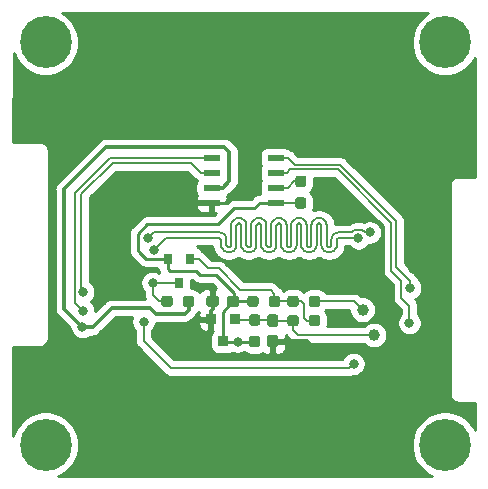
<source format=gbr>
%TF.GenerationSoftware,KiCad,Pcbnew,5.1.12-84ad8e8a86~92~ubuntu18.04.1*%
%TF.CreationDate,2023-10-21T06:49:18+07:00*%
%TF.ProjectId,RPi_FFC_15P-EYECLOUDAI_2MGSMOD_AR0234-ADAPTER,5250695f-4646-4435-9f31-35502d455945,rev?*%
%TF.SameCoordinates,Original*%
%TF.FileFunction,Copper,L2,Bot*%
%TF.FilePolarity,Positive*%
%FSLAX46Y46*%
G04 Gerber Fmt 4.6, Leading zero omitted, Abs format (unit mm)*
G04 Created by KiCad (PCBNEW 5.1.12-84ad8e8a86~92~ubuntu18.04.1) date 2023-10-21 06:49:18*
%MOMM*%
%LPD*%
G01*
G04 APERTURE LIST*
%TA.AperFunction,SMDPad,CuDef*%
%ADD10R,0.800000X0.900000*%
%TD*%
%TA.AperFunction,SMDPad,CuDef*%
%ADD11R,1.460500X0.533400*%
%TD*%
%TA.AperFunction,SMDPad,CuDef*%
%ADD12R,0.812800X0.889000*%
%TD*%
%TA.AperFunction,ComponentPad*%
%ADD13C,4.400000*%
%TD*%
%TA.AperFunction,ViaPad*%
%ADD14C,0.800000*%
%TD*%
%TA.AperFunction,ViaPad*%
%ADD15C,1.000000*%
%TD*%
%TA.AperFunction,Conductor*%
%ADD16C,0.300000*%
%TD*%
%TA.AperFunction,Conductor*%
%ADD17C,0.250000*%
%TD*%
%TA.AperFunction,Conductor*%
%ADD18C,0.200000*%
%TD*%
%TA.AperFunction,Conductor*%
%ADD19C,0.254000*%
%TD*%
%TA.AperFunction,Conductor*%
%ADD20C,0.100000*%
%TD*%
G04 APERTURE END LIST*
%TO.P,R9,2*%
%TO.N,Net-(Q1-Pad2)*%
%TA.AperFunction,SMDPad,CuDef*%
G36*
G01*
X127374200Y-103209100D02*
X127374200Y-102734100D01*
G75*
G02*
X127611700Y-102496600I237500J0D01*
G01*
X128111700Y-102496600D01*
G75*
G02*
X128349200Y-102734100I0J-237500D01*
G01*
X128349200Y-103209100D01*
G75*
G02*
X128111700Y-103446600I-237500J0D01*
G01*
X127611700Y-103446600D01*
G75*
G02*
X127374200Y-103209100I0J237500D01*
G01*
G37*
%TD.AperFunction*%
%TO.P,R9,1*%
%TO.N,/CSI_nRST_1V8*%
%TA.AperFunction,SMDPad,CuDef*%
G36*
G01*
X125549200Y-103209100D02*
X125549200Y-102734100D01*
G75*
G02*
X125786700Y-102496600I237500J0D01*
G01*
X126286700Y-102496600D01*
G75*
G02*
X126524200Y-102734100I0J-237500D01*
G01*
X126524200Y-103209100D01*
G75*
G02*
X126286700Y-103446600I-237500J0D01*
G01*
X125786700Y-103446600D01*
G75*
G02*
X125549200Y-103209100I0J237500D01*
G01*
G37*
%TD.AperFunction*%
%TD*%
%TO.P,R8,1*%
%TO.N,/CSI_PWDN_1V8*%
%TA.AperFunction,SMDPad,CuDef*%
G36*
G01*
X128349200Y-101108500D02*
X128349200Y-101583500D01*
G75*
G02*
X128111700Y-101821000I-237500J0D01*
G01*
X127611700Y-101821000D01*
G75*
G02*
X127374200Y-101583500I0J237500D01*
G01*
X127374200Y-101108500D01*
G75*
G02*
X127611700Y-100871000I237500J0D01*
G01*
X128111700Y-100871000D01*
G75*
G02*
X128349200Y-101108500I0J-237500D01*
G01*
G37*
%TD.AperFunction*%
%TO.P,R8,2*%
%TO.N,Net-(Q1-Pad2)*%
%TA.AperFunction,SMDPad,CuDef*%
G36*
G01*
X126524200Y-101108500D02*
X126524200Y-101583500D01*
G75*
G02*
X126286700Y-101821000I-237500J0D01*
G01*
X125786700Y-101821000D01*
G75*
G02*
X125549200Y-101583500I0J237500D01*
G01*
X125549200Y-101108500D01*
G75*
G02*
X125786700Y-100871000I237500J0D01*
G01*
X126286700Y-100871000D01*
G75*
G02*
X126524200Y-101108500I0J-237500D01*
G01*
G37*
%TD.AperFunction*%
%TD*%
%TO.P,R7,2*%
%TO.N,Net-(Q1-Pad2)*%
%TA.AperFunction,SMDPad,CuDef*%
G36*
G01*
X123970600Y-101583500D02*
X123970600Y-101108500D01*
G75*
G02*
X124208100Y-100871000I237500J0D01*
G01*
X124708100Y-100871000D01*
G75*
G02*
X124945600Y-101108500I0J-237500D01*
G01*
X124945600Y-101583500D01*
G75*
G02*
X124708100Y-101821000I-237500J0D01*
G01*
X124208100Y-101821000D01*
G75*
G02*
X123970600Y-101583500I0J237500D01*
G01*
G37*
%TD.AperFunction*%
%TO.P,R7,1*%
%TO.N,+1V8*%
%TA.AperFunction,SMDPad,CuDef*%
G36*
G01*
X122145600Y-101583500D02*
X122145600Y-101108500D01*
G75*
G02*
X122383100Y-100871000I237500J0D01*
G01*
X122883100Y-100871000D01*
G75*
G02*
X123120600Y-101108500I0J-237500D01*
G01*
X123120600Y-101583500D01*
G75*
G02*
X122883100Y-101821000I-237500J0D01*
G01*
X122383100Y-101821000D01*
G75*
G02*
X122145600Y-101583500I0J237500D01*
G01*
G37*
%TD.AperFunction*%
%TD*%
%TO.P,R6,2*%
%TO.N,/CSI_GPIO_3V3*%
%TA.AperFunction,SMDPad,CuDef*%
G36*
G01*
X115856200Y-101108500D02*
X115856200Y-101583500D01*
G75*
G02*
X115618700Y-101821000I-237500J0D01*
G01*
X115118700Y-101821000D01*
G75*
G02*
X114881200Y-101583500I0J237500D01*
G01*
X114881200Y-101108500D01*
G75*
G02*
X115118700Y-100871000I237500J0D01*
G01*
X115618700Y-100871000D01*
G75*
G02*
X115856200Y-101108500I0J-237500D01*
G01*
G37*
%TD.AperFunction*%
%TO.P,R6,1*%
%TO.N,+3V3*%
%TA.AperFunction,SMDPad,CuDef*%
G36*
G01*
X117681200Y-101108500D02*
X117681200Y-101583500D01*
G75*
G02*
X117443700Y-101821000I-237500J0D01*
G01*
X116943700Y-101821000D01*
G75*
G02*
X116706200Y-101583500I0J237500D01*
G01*
X116706200Y-101108500D01*
G75*
G02*
X116943700Y-100871000I237500J0D01*
G01*
X117443700Y-100871000D01*
G75*
G02*
X117681200Y-101108500I0J-237500D01*
G01*
G37*
%TD.AperFunction*%
%TD*%
D10*
%TO.P,Q1,3*%
%TO.N,/CSI_GPIO_3V3*%
X116382800Y-99755200D03*
%TO.P,Q1,2*%
%TO.N,Net-(Q1-Pad2)*%
X117332800Y-97755200D03*
%TO.P,Q1,1*%
%TO.N,+1V8*%
X115432800Y-97755200D03*
%TD*%
%TO.P,C5,2*%
%TO.N,GND*%
%TA.AperFunction,SMDPad,CuDef*%
G36*
G01*
X119766200Y-101108500D02*
X119766200Y-101583500D01*
G75*
G02*
X119528700Y-101821000I-237500J0D01*
G01*
X118928700Y-101821000D01*
G75*
G02*
X118691200Y-101583500I0J237500D01*
G01*
X118691200Y-101108500D01*
G75*
G02*
X118928700Y-100871000I237500J0D01*
G01*
X119528700Y-100871000D01*
G75*
G02*
X119766200Y-101108500I0J-237500D01*
G01*
G37*
%TD.AperFunction*%
%TO.P,C5,1*%
%TO.N,+1V8*%
%TA.AperFunction,SMDPad,CuDef*%
G36*
G01*
X121491200Y-101108500D02*
X121491200Y-101583500D01*
G75*
G02*
X121253700Y-101821000I-237500J0D01*
G01*
X120653700Y-101821000D01*
G75*
G02*
X120416200Y-101583500I0J237500D01*
G01*
X120416200Y-101108500D01*
G75*
G02*
X120653700Y-100871000I237500J0D01*
G01*
X121253700Y-100871000D01*
G75*
G02*
X121491200Y-101108500I0J-237500D01*
G01*
G37*
%TD.AperFunction*%
%TD*%
D11*
%TO.P,U3,8*%
%TO.N,+1V8*%
X124593350Y-92989400D03*
%TO.P,U3,7*%
%TO.N,Net-(R11-Pad2)*%
X124593350Y-91719400D03*
%TO.P,U3,6*%
%TO.N,/I2C_SCL_1V8*%
X124593350Y-90449400D03*
%TO.P,U3,5*%
%TO.N,/I2C_SDA_1V8*%
X124593350Y-89179400D03*
%TO.P,U3,4*%
%TO.N,/I2C_SDA_3V3*%
X119145050Y-89179400D03*
%TO.P,U3,3*%
%TO.N,/I2C_SCL_3V3*%
X119145050Y-90449400D03*
%TO.P,U3,2*%
%TO.N,+3V3*%
X119145050Y-91719400D03*
%TO.P,U3,1*%
%TO.N,GND*%
X119145050Y-92989400D03*
%TD*%
%TO.P,R11,2*%
%TO.N,Net-(R11-Pad2)*%
%TA.AperFunction,SMDPad,CuDef*%
G36*
G01*
X126932700Y-91675400D02*
X126457700Y-91675400D01*
G75*
G02*
X126220200Y-91437900I0J237500D01*
G01*
X126220200Y-90937900D01*
G75*
G02*
X126457700Y-90700400I237500J0D01*
G01*
X126932700Y-90700400D01*
G75*
G02*
X127170200Y-90937900I0J-237500D01*
G01*
X127170200Y-91437900D01*
G75*
G02*
X126932700Y-91675400I-237500J0D01*
G01*
G37*
%TD.AperFunction*%
%TO.P,R11,1*%
%TO.N,+1V8*%
%TA.AperFunction,SMDPad,CuDef*%
G36*
G01*
X126932700Y-93500400D02*
X126457700Y-93500400D01*
G75*
G02*
X126220200Y-93262900I0J237500D01*
G01*
X126220200Y-92762900D01*
G75*
G02*
X126457700Y-92525400I237500J0D01*
G01*
X126932700Y-92525400D01*
G75*
G02*
X127170200Y-92762900I0J-237500D01*
G01*
X127170200Y-93262900D01*
G75*
G02*
X126932700Y-93500400I-237500J0D01*
G01*
G37*
%TD.AperFunction*%
%TD*%
D12*
%TO.P,U2,3*%
%TO.N,+1V8*%
X120091200Y-104729400D03*
%TO.P,U2,2*%
%TO.N,/CSI_nRST_1V8*%
X121116199Y-102839401D03*
%TO.P,U2,1*%
%TO.N,GND*%
X119066201Y-102839401D03*
%TD*%
%TO.P,R4,2*%
%TO.N,+1V8*%
%TA.AperFunction,SMDPad,CuDef*%
G36*
G01*
X122546100Y-104262100D02*
X123021100Y-104262100D01*
G75*
G02*
X123258600Y-104499600I0J-237500D01*
G01*
X123258600Y-104999600D01*
G75*
G02*
X123021100Y-105237100I-237500J0D01*
G01*
X122546100Y-105237100D01*
G75*
G02*
X122308600Y-104999600I0J237500D01*
G01*
X122308600Y-104499600D01*
G75*
G02*
X122546100Y-104262100I237500J0D01*
G01*
G37*
%TD.AperFunction*%
%TO.P,R4,1*%
%TO.N,/CSI_nRST_1V8*%
%TA.AperFunction,SMDPad,CuDef*%
G36*
G01*
X122546100Y-102437100D02*
X123021100Y-102437100D01*
G75*
G02*
X123258600Y-102674600I0J-237500D01*
G01*
X123258600Y-103174600D01*
G75*
G02*
X123021100Y-103412100I-237500J0D01*
G01*
X122546100Y-103412100D01*
G75*
G02*
X122308600Y-103174600I0J237500D01*
G01*
X122308600Y-102674600D01*
G75*
G02*
X122546100Y-102437100I237500J0D01*
G01*
G37*
%TD.AperFunction*%
%TD*%
%TO.P,C4,2*%
%TO.N,GND*%
%TA.AperFunction,SMDPad,CuDef*%
G36*
G01*
X124070100Y-104160200D02*
X124545100Y-104160200D01*
G75*
G02*
X124782600Y-104397700I0J-237500D01*
G01*
X124782600Y-104997700D01*
G75*
G02*
X124545100Y-105235200I-237500J0D01*
G01*
X124070100Y-105235200D01*
G75*
G02*
X123832600Y-104997700I0J237500D01*
G01*
X123832600Y-104397700D01*
G75*
G02*
X124070100Y-104160200I237500J0D01*
G01*
G37*
%TD.AperFunction*%
%TO.P,C4,1*%
%TO.N,/CSI_nRST_1V8*%
%TA.AperFunction,SMDPad,CuDef*%
G36*
G01*
X124070100Y-102435200D02*
X124545100Y-102435200D01*
G75*
G02*
X124782600Y-102672700I0J-237500D01*
G01*
X124782600Y-103272700D01*
G75*
G02*
X124545100Y-103510200I-237500J0D01*
G01*
X124070100Y-103510200D01*
G75*
G02*
X123832600Y-103272700I0J237500D01*
G01*
X123832600Y-102672700D01*
G75*
G02*
X124070100Y-102435200I237500J0D01*
G01*
G37*
%TD.AperFunction*%
%TD*%
D13*
%TO.P,H4,1*%
%TO.N,N/C*%
X138917680Y-79413100D03*
%TD*%
%TO.P,H3,1*%
%TO.N,N/C*%
X138917680Y-113489740D03*
%TD*%
%TO.P,H2,1*%
%TO.N,N/C*%
X105079800Y-113489740D03*
%TD*%
%TO.P,H1,1*%
%TO.N,N/C*%
X105079800Y-79413100D03*
%TD*%
D14*
%TO.N,GND*%
X125679200Y-78587600D03*
X117957600Y-78587600D03*
X118059200Y-114401600D03*
X125628400Y-114350800D03*
X108305600Y-106476800D03*
X108356400Y-86410800D03*
X136194800Y-109321600D03*
X136245600Y-91490800D03*
X122783600Y-109474000D03*
X136218400Y-94108800D03*
X136218400Y-95582000D03*
X136218400Y-97204000D03*
X136218400Y-98630000D03*
X136144000Y-105714800D03*
X109220000Y-92557600D03*
X109220000Y-95491300D03*
X115620800Y-92557600D03*
X109169200Y-98450400D03*
X122834400Y-98094800D03*
X130098800Y-92506800D03*
X131724400Y-109423200D03*
X117703600Y-103733600D03*
X117703600Y-105867200D03*
X117703600Y-108153200D03*
X131724400Y-107899200D03*
X125577600Y-110439200D03*
D15*
%TO.N,/CSI_nRST_1V8*%
X132892800Y-104190800D03*
%TO.N,/CSI_PWDN_1V8*%
X131927600Y-102057200D03*
D14*
%TO.N,/I2C_SDA_1V8*%
X135940800Y-100228400D03*
%TO.N,/I2C_SCL_1V8*%
X135890000Y-103174800D03*
%TO.N,+3V3*%
X108204000Y-103530400D03*
%TO.N,/CSI_CLK_P*%
X114300000Y-96977200D03*
X131572000Y-96012000D03*
%TO.N,/CSI_CLK_N*%
X113792000Y-95961200D03*
X132537200Y-95504000D03*
%TO.N,+1V8*%
X121361200Y-104749600D03*
%TO.N,/I2C_SDA_3V3*%
X108254800Y-102158800D03*
%TO.N,/I2C_SCL_3V3*%
X108254800Y-100533200D03*
%TO.N,/MCLK_JETSON*%
X131165600Y-106629200D03*
X113385600Y-103073200D03*
%TO.N,/CSI_GPIO_3V3*%
X114147600Y-99771200D03*
%TD*%
D16*
%TO.N,GND*%
X119145050Y-92989400D02*
X117271800Y-92989400D01*
X116802400Y-92520000D02*
X115353600Y-92520000D01*
X117271800Y-92989400D02*
X116802400Y-92520000D01*
D17*
X120429946Y-92989400D02*
X122174000Y-91245346D01*
X119145050Y-92989400D02*
X120429946Y-92989400D01*
X122174000Y-90525600D02*
X122301000Y-90398600D01*
X122174000Y-91245346D02*
X122174000Y-90525600D01*
D16*
X127219700Y-104697700D02*
X127812800Y-105290800D01*
X124307600Y-104697700D02*
X127219700Y-104697700D01*
X119228700Y-101346000D02*
X119228700Y-101954500D01*
X119066201Y-102116999D02*
X119066201Y-102839401D01*
X119228700Y-101954500D02*
X119066201Y-102116999D01*
D17*
X119228700Y-100127900D02*
X119227600Y-100126800D01*
X119228700Y-101346000D02*
X119228700Y-100127900D01*
D18*
%TO.N,/CSI_nRST_1V8*%
X124259500Y-102924600D02*
X124307600Y-102972700D01*
X122783600Y-102924600D02*
X124259500Y-102924600D01*
X121201398Y-102924600D02*
X121116199Y-102839401D01*
X122783600Y-102924600D02*
X121201398Y-102924600D01*
X124307600Y-102972700D02*
X124307600Y-103022400D01*
X126035600Y-102972700D02*
X126036700Y-102971600D01*
X124307600Y-102972700D02*
X126035600Y-102972700D01*
X132892800Y-104190800D02*
X126441200Y-104190800D01*
X126036700Y-103786300D02*
X126036700Y-102971600D01*
X126441200Y-104190800D02*
X126036700Y-103786300D01*
%TO.N,/CSI_PWDN_1V8*%
X131216400Y-101346000D02*
X131927600Y-102057200D01*
X130962400Y-101346000D02*
X131216400Y-101346000D01*
X130962400Y-101346000D02*
X127861700Y-101346000D01*
%TO.N,/I2C_SDA_1V8*%
X130051449Y-89810951D02*
X130026049Y-89785551D01*
X126193590Y-89769990D02*
X125603000Y-89179400D01*
X130178450Y-89937950D02*
X130010489Y-89769990D01*
X124593350Y-89179400D02*
X125603000Y-89179400D01*
X130010489Y-89769990D02*
X126193590Y-89769990D01*
X130051449Y-89810951D02*
X130178450Y-89937950D01*
X134750449Y-98428449D02*
X135940800Y-99618800D01*
X134750449Y-94509950D02*
X134750449Y-98428449D01*
X130178450Y-89937950D02*
X134750449Y-94509950D01*
X135940800Y-99618800D02*
X135940800Y-100228400D01*
%TO.N,/I2C_SCL_1V8*%
X135204200Y-101015800D02*
X135890000Y-101701600D01*
X129844800Y-90170000D02*
X134350439Y-94675639D01*
X134350439Y-98739639D02*
X135204200Y-99593400D01*
X125780800Y-90170000D02*
X129844800Y-90170000D01*
X134350439Y-94675639D02*
X134350439Y-98739639D01*
X125501400Y-90449400D02*
X125780800Y-90170000D01*
X135204200Y-99593400D02*
X135204200Y-101015800D01*
X124593350Y-90449400D02*
X125501400Y-90449400D01*
X135890000Y-101701600D02*
X135890000Y-103174800D01*
D16*
%TO.N,+3V3*%
X120065800Y-91719400D02*
X119145050Y-91719400D01*
X120218200Y-88265000D02*
X120650000Y-88696800D01*
X120650000Y-88696800D02*
X120650000Y-91135200D01*
X110210600Y-88265000D02*
X120218200Y-88265000D01*
X106629200Y-91846400D02*
X110210600Y-88265000D01*
X106629200Y-101955600D02*
X106629200Y-91846400D01*
X120650000Y-91135200D02*
X120065800Y-91719400D01*
X108204000Y-103530400D02*
X106629200Y-101955600D01*
X109067600Y-103530400D02*
X108204000Y-103530400D01*
X113944400Y-101904800D02*
X110693200Y-101904800D01*
X114425100Y-102385500D02*
X113944400Y-101904800D01*
X116863500Y-102385500D02*
X114425100Y-102385500D01*
X117193700Y-102055300D02*
X116863500Y-102385500D01*
X110693200Y-101904800D02*
X109067600Y-103530400D01*
X117193700Y-101346000D02*
X117193700Y-102055300D01*
D18*
%TO.N,/CSI_CLK_P*%
X119860297Y-95997633D02*
X119822376Y-95973806D01*
X119891966Y-96029302D02*
X119860297Y-95997633D01*
X119915793Y-96067223D02*
X119891966Y-96029302D01*
X120411759Y-97163644D02*
X120282312Y-97118349D01*
X120623159Y-97179000D02*
X120548040Y-97179000D01*
X120888887Y-97118349D02*
X120759440Y-97163644D01*
X121005009Y-97045384D02*
X120888887Y-97118349D01*
X120282312Y-97118349D02*
X120166190Y-97045384D01*
X121220244Y-96702840D02*
X121174949Y-96832287D01*
X121235600Y-96566559D02*
X121220244Y-96702840D01*
X121235600Y-94929000D02*
X121235600Y-96566559D01*
X121255406Y-94842224D02*
X121240614Y-94884496D01*
X121310902Y-94772634D02*
X121279233Y-94804303D01*
X119735600Y-95954000D02*
X115323200Y-95954000D01*
X121391095Y-94734015D02*
X121348823Y-94748807D01*
X121435600Y-94729000D02*
X121391095Y-94734015D01*
X121480104Y-94734015D02*
X121435600Y-94729000D01*
X121560297Y-94772634D02*
X121522376Y-94748807D01*
X121615793Y-94842224D02*
X121591966Y-94804303D01*
X121630585Y-94884496D02*
X121615793Y-94842224D01*
X121635600Y-94929000D02*
X121630585Y-94884496D01*
X120548040Y-97179000D02*
X120411759Y-97163644D01*
X121696250Y-96832287D02*
X121650955Y-96702840D01*
X121982312Y-97118349D02*
X121866190Y-97045384D01*
X122111759Y-97163644D02*
X121982312Y-97118349D01*
X121279233Y-94804303D02*
X121255406Y-94842224D01*
X122801984Y-96948409D02*
X122705009Y-97045384D01*
X122874949Y-96832287D02*
X122801984Y-96948409D01*
X122459440Y-97163644D02*
X122323159Y-97179000D01*
X122920244Y-96702840D02*
X122874949Y-96832287D01*
X122935600Y-96566559D02*
X122920244Y-96702840D01*
X122935600Y-94929000D02*
X122935600Y-96566559D01*
X122940614Y-94884496D02*
X122935600Y-94929000D01*
X122955406Y-94842224D02*
X122940614Y-94884496D01*
X123010902Y-94772634D02*
X122979233Y-94804303D01*
X123048823Y-94748807D02*
X123010902Y-94772634D01*
X120166190Y-97045384D02*
X120069215Y-96948409D01*
X121174949Y-96832287D02*
X121101984Y-96948409D01*
X123091095Y-94734015D02*
X123048823Y-94748807D01*
X126730585Y-94884496D02*
X126715793Y-94842224D01*
X125035600Y-96566559D02*
X125035600Y-94929000D01*
X123396250Y-96832287D02*
X123350955Y-96702840D01*
X126735600Y-94929000D02*
X126730585Y-94884496D01*
X124640614Y-94884496D02*
X124635600Y-94929000D01*
X127559440Y-97163644D02*
X127423159Y-97179000D01*
X126796250Y-96832287D02*
X126750955Y-96702840D01*
X121650955Y-96702840D02*
X121635600Y-96566559D01*
X127974949Y-96832287D02*
X127901984Y-96948409D01*
X126580104Y-94734015D02*
X126535600Y-94729000D01*
X129810902Y-95997633D02*
X129779233Y-96029302D01*
X128035600Y-96566559D02*
X128020244Y-96702840D01*
X128055406Y-94842224D02*
X128040614Y-94884496D01*
X124991966Y-94804303D02*
X124960297Y-94772634D01*
X122588887Y-97118349D02*
X122459440Y-97163644D01*
X126966190Y-97045384D02*
X126869215Y-96948409D01*
X128079233Y-94804303D02*
X128055406Y-94842224D01*
X128430585Y-94884496D02*
X128415793Y-94842224D01*
X129935600Y-95954000D02*
X129891095Y-95959014D01*
X126750955Y-96702840D02*
X126735600Y-96566559D01*
X129123159Y-97179000D02*
X129048040Y-97179000D01*
X123291966Y-94804303D02*
X123260297Y-94772634D01*
X128391966Y-94804303D02*
X128360297Y-94772634D01*
X129735600Y-96154000D02*
X129735600Y-96566559D01*
X128322376Y-94748807D02*
X128280104Y-94734015D01*
X126660297Y-94772634D02*
X126622376Y-94748807D01*
X121240614Y-94884496D02*
X121235600Y-94929000D01*
X127423159Y-97179000D02*
X127348040Y-97179000D01*
X124880104Y-94734015D02*
X124835600Y-94729000D01*
X126735600Y-96566559D02*
X126735600Y-94929000D01*
X129740614Y-96109495D02*
X129735600Y-96154000D01*
X126869215Y-96948409D02*
X126796250Y-96832287D01*
X127688887Y-97118349D02*
X127559440Y-97163644D01*
X129388887Y-97118349D02*
X129259440Y-97163644D01*
X131572000Y-96012000D02*
X131514000Y-95954000D01*
X131514000Y-95954000D02*
X129935600Y-95954000D01*
X129601984Y-96948409D02*
X129505009Y-97045384D01*
X129891095Y-95959014D02*
X129848823Y-95973806D01*
X123811759Y-97163644D02*
X123682312Y-97118349D01*
X129755406Y-96067223D02*
X129740614Y-96109495D01*
X128191095Y-94734015D02*
X128148823Y-94748807D01*
X129720244Y-96702840D02*
X129674949Y-96832287D01*
X129674949Y-96832287D02*
X129601984Y-96948409D01*
X129848823Y-95973806D02*
X129810902Y-95997633D01*
X127082312Y-97118349D02*
X126966190Y-97045384D01*
X129779233Y-96029302D02*
X129755406Y-96067223D01*
X129259440Y-97163644D02*
X129123159Y-97179000D01*
X127901984Y-96948409D02*
X127805009Y-97045384D01*
X129505009Y-97045384D02*
X129388887Y-97118349D01*
X119950955Y-96702840D02*
X119935600Y-96566559D01*
X128280104Y-94734015D02*
X128235600Y-94729000D01*
X129735600Y-96566559D02*
X129720244Y-96702840D01*
X128496250Y-96832287D02*
X128450955Y-96702840D01*
X128569215Y-96948409D02*
X128496250Y-96832287D01*
X128415793Y-94842224D02*
X128391966Y-94804303D01*
X129048040Y-97179000D02*
X128911759Y-97163644D01*
X126535600Y-94729000D02*
X126491095Y-94734015D01*
X127348040Y-97179000D02*
X127211759Y-97163644D01*
X125266190Y-97045384D02*
X125169215Y-96948409D01*
X124960297Y-94772634D02*
X124922376Y-94748807D01*
X125030585Y-94884496D02*
X125015793Y-94842224D01*
X128035600Y-94929000D02*
X128035600Y-96566559D01*
X128911759Y-97163644D02*
X128782312Y-97118349D01*
X128110902Y-94772634D02*
X128079233Y-94804303D01*
X124635600Y-96566559D02*
X124620244Y-96702840D01*
X124835600Y-94729000D02*
X124791095Y-94734015D01*
X128450955Y-96702840D02*
X128435600Y-96566559D01*
X120069215Y-96948409D02*
X119996250Y-96832287D01*
X121101984Y-96948409D02*
X121005009Y-97045384D01*
X128235600Y-94729000D02*
X128191095Y-94734015D01*
X128666190Y-97045384D02*
X128569215Y-96948409D01*
X122323159Y-97179000D02*
X122248040Y-97179000D01*
X128435600Y-94929000D02*
X128430585Y-94884496D01*
X120759440Y-97163644D02*
X120623159Y-97179000D01*
X121591966Y-94804303D02*
X121560297Y-94772634D01*
X123260297Y-94772634D02*
X123222376Y-94748807D01*
X119996250Y-96832287D02*
X119950955Y-96702840D01*
X126715793Y-94842224D02*
X126691966Y-94804303D01*
X123315793Y-94842224D02*
X123291966Y-94804303D01*
X126691966Y-94804303D02*
X126660297Y-94772634D01*
X127805009Y-97045384D02*
X127688887Y-97118349D01*
X126622376Y-94748807D02*
X126580104Y-94734015D01*
X122979233Y-94804303D02*
X122955406Y-94842224D01*
X128040614Y-94884496D02*
X128035600Y-94929000D01*
X126491095Y-94734015D02*
X126448823Y-94748807D01*
X122248040Y-97179000D02*
X122111759Y-97163644D01*
X126274949Y-96832287D02*
X126201984Y-96948409D01*
X126448823Y-94748807D02*
X126410902Y-94772634D01*
X128148823Y-94748807D02*
X128110902Y-94772634D01*
X126410902Y-94772634D02*
X126379233Y-94804303D01*
X119822376Y-95973806D02*
X119780104Y-95959014D01*
X126379233Y-94804303D02*
X126355406Y-94842224D01*
X125382312Y-97118349D02*
X125266190Y-97045384D01*
X119780104Y-95959014D02*
X119735600Y-95954000D01*
X126355406Y-94842224D02*
X126340614Y-94884496D01*
X126335600Y-96566559D02*
X126320244Y-96702840D01*
X126320244Y-96702840D02*
X126274949Y-96832287D01*
X126105009Y-97045384D02*
X125988887Y-97118349D01*
X128360297Y-94772634D02*
X128322376Y-94748807D01*
X126335600Y-94929000D02*
X126335600Y-96566559D01*
X124574949Y-96832287D02*
X124501984Y-96948409D01*
X125859440Y-97163644D02*
X125723159Y-97179000D01*
X125723159Y-97179000D02*
X125648040Y-97179000D01*
X125648040Y-97179000D02*
X125511759Y-97163644D01*
X124501984Y-96948409D02*
X124405009Y-97045384D01*
X123335600Y-94929000D02*
X123330585Y-94884496D01*
X125511759Y-97163644D02*
X125382312Y-97118349D01*
X123566190Y-97045384D02*
X123469215Y-96948409D01*
X119935600Y-96566559D02*
X119935600Y-96154000D01*
X125169215Y-96948409D02*
X125096250Y-96832287D01*
X115323200Y-95954000D02*
X114300000Y-96977200D01*
X119935600Y-96154000D02*
X119930585Y-96109495D01*
X125096250Y-96832287D02*
X125050955Y-96702840D01*
X119930585Y-96109495D02*
X119915793Y-96067223D01*
X126340614Y-94884496D02*
X126335600Y-94929000D01*
X125050955Y-96702840D02*
X125035600Y-96566559D01*
X125035600Y-94929000D02*
X125030585Y-94884496D01*
X121769215Y-96948409D02*
X121696250Y-96832287D01*
X124922376Y-94748807D02*
X124880104Y-94734015D01*
X128020244Y-96702840D02*
X127974949Y-96832287D01*
X124791095Y-94734015D02*
X124748823Y-94748807D01*
X124748823Y-94748807D02*
X124710902Y-94772634D01*
X121348823Y-94748807D02*
X121310902Y-94772634D01*
X124710902Y-94772634D02*
X124679233Y-94804303D01*
X124679233Y-94804303D02*
X124655406Y-94842224D01*
X127211759Y-97163644D02*
X127082312Y-97118349D01*
X126201984Y-96948409D02*
X126105009Y-97045384D01*
X124023159Y-97179000D02*
X123948040Y-97179000D01*
X124635600Y-94929000D02*
X124635600Y-96566559D01*
X124620244Y-96702840D02*
X124574949Y-96832287D01*
X121522376Y-94748807D02*
X121480104Y-94734015D01*
X124405009Y-97045384D02*
X124288887Y-97118349D01*
X128435600Y-96566559D02*
X128435600Y-94929000D01*
X123330585Y-94884496D02*
X123315793Y-94842224D01*
X128782312Y-97118349D02*
X128666190Y-97045384D01*
X124288887Y-97118349D02*
X124159440Y-97163644D01*
X121866190Y-97045384D02*
X121769215Y-96948409D01*
X124159440Y-97163644D02*
X124023159Y-97179000D01*
X121635600Y-96566559D02*
X121635600Y-94929000D01*
X122705009Y-97045384D02*
X122588887Y-97118349D01*
X123469215Y-96948409D02*
X123396250Y-96832287D01*
X123682312Y-97118349D02*
X123566190Y-97045384D01*
X124655406Y-94842224D02*
X124640614Y-94884496D01*
X123948040Y-97179000D02*
X123811759Y-97163644D01*
X123350955Y-96702840D02*
X123335600Y-96566559D01*
X125015793Y-94842224D02*
X124991966Y-94804303D01*
X123335600Y-96566559D02*
X123335600Y-94929000D01*
X125988887Y-97118349D02*
X125859440Y-97163644D01*
X123222376Y-94748807D02*
X123180104Y-94734015D01*
X123180104Y-94734015D02*
X123135600Y-94729000D01*
X123135600Y-94729000D02*
X123091095Y-94734015D01*
%TO.N,/CSI_CLK_N*%
X120038887Y-95564650D02*
X119909440Y-95519355D01*
X120155009Y-95637615D02*
X120038887Y-95564650D01*
X120251984Y-95734590D02*
X120155009Y-95637615D01*
X120385600Y-96116440D02*
X120370244Y-95980159D01*
X120390614Y-96573504D02*
X120385600Y-96529000D01*
X120405406Y-96615776D02*
X120390614Y-96573504D01*
X120460902Y-96685366D02*
X120429233Y-96653697D01*
X119773159Y-95504000D02*
X114249200Y-95504000D01*
X120498823Y-96709193D02*
X120460902Y-96685366D01*
X120630104Y-96723985D02*
X120585600Y-96729000D01*
X120710297Y-96685366D02*
X120672376Y-96709193D01*
X120741966Y-96653697D02*
X120710297Y-96685366D01*
X120785600Y-96529000D02*
X120780585Y-96573504D01*
X120800955Y-94755160D02*
X120785600Y-94891441D01*
X120919215Y-94509591D02*
X120846250Y-94625713D01*
X121261759Y-94294356D02*
X121132312Y-94339651D01*
X121398040Y-94279000D02*
X121261759Y-94294356D01*
X121473159Y-94279000D02*
X121398040Y-94279000D01*
X120585600Y-96729000D02*
X120541095Y-96723985D01*
X121738887Y-94339651D02*
X121609440Y-94294356D01*
X121855009Y-94412616D02*
X121738887Y-94339651D01*
X122024949Y-94625713D02*
X121951984Y-94509591D01*
X122070244Y-94755160D02*
X122024949Y-94625713D01*
X122085600Y-94891441D02*
X122070244Y-94755160D01*
X122129233Y-96653697D02*
X122105406Y-96615776D01*
X121132312Y-94339651D02*
X121016190Y-94412616D01*
X122241095Y-96723985D02*
X122198823Y-96709193D01*
X122198823Y-96709193D02*
X122160902Y-96685366D01*
X122285600Y-96729000D02*
X122241095Y-96723985D01*
X122480585Y-96573504D02*
X122465793Y-96615776D01*
X122485600Y-96529000D02*
X122480585Y-96573504D01*
X122500955Y-94755160D02*
X122485600Y-94891441D01*
X122546250Y-94625713D02*
X122500955Y-94755160D01*
X120672376Y-96709193D02*
X120630104Y-96723985D01*
X122961759Y-94294356D02*
X122832312Y-94339651D01*
X123098040Y-94279000D02*
X122961759Y-94294356D01*
X122716190Y-94412616D02*
X122619215Y-94509591D01*
X123173159Y-94279000D02*
X123098040Y-94279000D01*
X123309440Y-94294356D02*
X123173159Y-94279000D01*
X127190614Y-96573504D02*
X127185600Y-96529000D01*
X125885600Y-96529000D02*
X125880585Y-96573504D01*
X125009440Y-94294356D02*
X124873159Y-94279000D01*
X127205406Y-96615776D02*
X127190614Y-96573504D01*
X120780585Y-96573504D02*
X120765793Y-96615776D01*
X125885600Y-94891441D02*
X125885600Y-96529000D01*
X127260902Y-96685366D02*
X127229233Y-96653697D01*
X127298823Y-96709193D02*
X127260902Y-96685366D01*
X125351984Y-94509591D02*
X125255009Y-94412616D01*
X121609440Y-94294356D02*
X121473159Y-94279000D01*
X127541966Y-96653697D02*
X127510297Y-96685366D01*
X126838887Y-94339651D02*
X126709440Y-94294356D01*
X127585600Y-94891441D02*
X127585600Y-96529000D01*
X120324949Y-95850712D02*
X120251984Y-95734590D01*
X128061759Y-94294356D02*
X127932312Y-94339651D01*
X120370244Y-95980159D02*
X120324949Y-95850712D01*
X128198040Y-94279000D02*
X128061759Y-94294356D01*
X127051984Y-94509591D02*
X126955009Y-94412616D01*
X126019215Y-94509591D02*
X125946250Y-94625713D01*
X128409440Y-94294356D02*
X128273159Y-94279000D01*
X128538887Y-94339651D02*
X128409440Y-94294356D01*
X128655009Y-94412616D02*
X128538887Y-94339651D01*
X127719215Y-94509591D02*
X127646250Y-94625713D01*
X127580585Y-96573504D02*
X127565793Y-96615776D01*
X120846250Y-94625713D02*
X120800955Y-94755160D01*
X125865793Y-96615776D02*
X125841966Y-96653697D01*
X128751984Y-94509591D02*
X128655009Y-94412616D01*
X127932312Y-94339651D02*
X127816190Y-94412616D01*
X129285600Y-96529000D02*
X129280585Y-96573504D01*
X129419215Y-95734590D02*
X129346250Y-95850712D01*
X129085600Y-96729000D02*
X129041095Y-96723985D01*
X125485600Y-94891441D02*
X125470244Y-94755160D01*
X128885600Y-94891441D02*
X128870244Y-94755160D01*
X127185600Y-96529000D02*
X127185600Y-94891441D01*
X131043998Y-95504000D02*
X129898040Y-95504000D01*
X122090614Y-96573504D02*
X122085600Y-96529000D01*
X123985600Y-96729000D02*
X123941095Y-96723985D01*
X129761759Y-95519355D02*
X129632312Y-95564650D01*
X122330104Y-96723985D02*
X122285600Y-96729000D01*
X131235999Y-95311999D02*
X131043998Y-95504000D01*
X123438887Y-94339651D02*
X123309440Y-94294356D01*
X121951984Y-94509591D02*
X121855009Y-94412616D01*
X127341095Y-96723985D02*
X127298823Y-96709193D01*
X129285600Y-96116440D02*
X129285600Y-96529000D01*
X129898040Y-95504000D02*
X129761759Y-95519355D01*
X125730104Y-96723985D02*
X125685600Y-96729000D01*
X128273159Y-94279000D02*
X128198040Y-94279000D01*
X132100002Y-95504000D02*
X131908001Y-95311999D01*
X122485600Y-94891441D02*
X122485600Y-96529000D01*
X124661759Y-94294356D02*
X124532312Y-94339651D01*
X120785600Y-94891441D02*
X120785600Y-96529000D01*
X123790614Y-96573504D02*
X123785600Y-96529000D01*
X127472376Y-96709193D02*
X127430104Y-96723985D01*
X122160902Y-96685366D02*
X122129233Y-96653697D01*
X132537200Y-95504000D02*
X132100002Y-95504000D01*
X122372376Y-96709193D02*
X122330104Y-96723985D01*
X127229233Y-96653697D02*
X127205406Y-96615776D01*
X129346250Y-95850712D02*
X129300955Y-95980159D01*
X122619215Y-94509591D02*
X122546250Y-94625713D01*
X127170244Y-94755160D02*
X127124949Y-94625713D01*
X125598823Y-96709193D02*
X125560902Y-96685366D01*
X127430104Y-96723985D02*
X127385600Y-96729000D01*
X129241966Y-96653697D02*
X129210297Y-96685366D01*
X123555009Y-94412616D02*
X123438887Y-94339651D01*
X125641095Y-96723985D02*
X125598823Y-96709193D01*
X129041095Y-96723985D02*
X128998823Y-96709193D01*
X124185600Y-96529000D02*
X124180585Y-96573504D01*
X127600955Y-94755160D02*
X127585600Y-94891441D01*
X127565793Y-96615776D02*
X127541966Y-96653697D01*
X129172376Y-96709193D02*
X129130104Y-96723985D01*
X129265793Y-96615776D02*
X129241966Y-96653697D01*
X127510297Y-96685366D02*
X127472376Y-96709193D01*
X127816190Y-94412616D02*
X127719215Y-94509591D01*
X129130104Y-96723985D02*
X129085600Y-96729000D01*
X125138887Y-94339651D02*
X125009440Y-94294356D01*
X120429233Y-96653697D02*
X120405406Y-96615776D01*
X129632312Y-95564650D02*
X129516190Y-95637615D01*
X131908001Y-95311999D02*
X131235999Y-95311999D01*
X125685600Y-96729000D02*
X125641095Y-96723985D01*
X128960902Y-96685366D02*
X128929233Y-96653697D01*
X128885600Y-96529000D02*
X128885600Y-94891441D01*
X122832312Y-94339651D02*
X122716190Y-94412616D01*
X129210297Y-96685366D02*
X129172376Y-96709193D01*
X125529233Y-96653697D02*
X125505406Y-96615776D01*
X128929233Y-96653697D02*
X128905406Y-96615776D01*
X123941095Y-96723985D02*
X123898823Y-96709193D01*
X129300955Y-95980159D02*
X129285600Y-96116440D01*
X127585600Y-96529000D02*
X127580585Y-96573504D01*
X128890614Y-96573504D02*
X128885600Y-96529000D01*
X125946250Y-94625713D02*
X125900955Y-94755160D01*
X127185600Y-94891441D02*
X127170244Y-94755160D01*
X123651984Y-94509591D02*
X123555009Y-94412616D01*
X122105406Y-96615776D02*
X122090614Y-96573504D01*
X124072376Y-96709193D02*
X124030104Y-96723985D01*
X127124949Y-94625713D02*
X127051984Y-94509591D01*
X120765793Y-96615776D02*
X120741966Y-96653697D01*
X124319215Y-94509591D02*
X124246250Y-94625713D01*
X126955009Y-94412616D02*
X126838887Y-94339651D01*
X129516190Y-95637615D02*
X129419215Y-95734590D01*
X124873159Y-94279000D02*
X124798040Y-94279000D01*
X124200955Y-94755160D02*
X124185600Y-94891441D01*
X126498040Y-94279000D02*
X126361759Y-94294356D01*
X114249200Y-95504000D02*
X113792000Y-95961200D01*
X122441966Y-96653697D02*
X122410297Y-96685366D01*
X126361759Y-94294356D02*
X126232312Y-94339651D01*
X122410297Y-96685366D02*
X122372376Y-96709193D01*
X126232312Y-94339651D02*
X126116190Y-94412616D01*
X121016190Y-94412616D02*
X120919215Y-94509591D01*
X126116190Y-94412616D02*
X126019215Y-94509591D01*
X128905406Y-96615776D02*
X128890614Y-96573504D01*
X125900955Y-94755160D02*
X125885600Y-94891441D01*
X125560902Y-96685366D02*
X125529233Y-96653697D01*
X125880585Y-96573504D02*
X125865793Y-96615776D01*
X120385600Y-96529000D02*
X120385600Y-96116440D01*
X125841966Y-96653697D02*
X125810297Y-96685366D01*
X125505406Y-96615776D02*
X125490614Y-96573504D01*
X125810297Y-96685366D02*
X125772376Y-96709193D01*
X128824949Y-94625713D02*
X128751984Y-94509591D01*
X125772376Y-96709193D02*
X125730104Y-96723985D01*
X125490614Y-96573504D02*
X125485600Y-96529000D01*
X127646250Y-94625713D02*
X127600955Y-94755160D01*
X125485600Y-96529000D02*
X125485600Y-94891441D01*
X120541095Y-96723985D02*
X120498823Y-96709193D01*
X125470244Y-94755160D02*
X125424949Y-94625713D01*
X119909440Y-95519355D02*
X119773159Y-95504000D01*
X125424949Y-94625713D02*
X125351984Y-94509591D01*
X125255009Y-94412616D02*
X125138887Y-94339651D01*
X124246250Y-94625713D02*
X124200955Y-94755160D01*
X124798040Y-94279000D02*
X124661759Y-94294356D01*
X123805406Y-96615776D02*
X123790614Y-96573504D01*
X128870244Y-94755160D02*
X128824949Y-94625713D01*
X124532312Y-94339651D02*
X124416190Y-94412616D01*
X124416190Y-94412616D02*
X124319215Y-94509591D01*
X124185600Y-94891441D02*
X124185600Y-96529000D01*
X122465793Y-96615776D02*
X122441966Y-96653697D01*
X126709440Y-94294356D02*
X126573159Y-94279000D01*
X124180585Y-96573504D02*
X124165793Y-96615776D01*
X126573159Y-94279000D02*
X126498040Y-94279000D01*
X124165793Y-96615776D02*
X124141966Y-96653697D01*
X123724949Y-94625713D02*
X123651984Y-94509591D01*
X129280585Y-96573504D02*
X129265793Y-96615776D01*
X124110297Y-96685366D02*
X124072376Y-96709193D01*
X124030104Y-96723985D02*
X123985600Y-96729000D01*
X123898823Y-96709193D02*
X123860902Y-96685366D01*
X123860902Y-96685366D02*
X123829233Y-96653697D01*
X123829233Y-96653697D02*
X123805406Y-96615776D01*
X127385600Y-96729000D02*
X127341095Y-96723985D01*
X128998823Y-96709193D02*
X128960902Y-96685366D01*
X123785600Y-96529000D02*
X123785600Y-94891441D01*
X123785600Y-94891441D02*
X123770244Y-94755160D01*
X124141966Y-96653697D02*
X124110297Y-96685366D01*
X123770244Y-94755160D02*
X123724949Y-94625713D01*
X122085600Y-94891441D02*
X122085600Y-96529000D01*
%TO.N,+1V8*%
X122651400Y-104881800D02*
X122783600Y-104749600D01*
X126671700Y-92989400D02*
X126695200Y-93012900D01*
X124593350Y-92989400D02*
X126671700Y-92989400D01*
D17*
X121361200Y-104749600D02*
X122783600Y-104749600D01*
X120111400Y-104749600D02*
X120091200Y-104729400D01*
X121361200Y-104749600D02*
X120111400Y-104749600D01*
X120091200Y-102208500D02*
X120091200Y-104729400D01*
X120953700Y-101346000D02*
X120091200Y-102208500D01*
X112877600Y-95605600D02*
X112877600Y-97028000D01*
X113690400Y-94792800D02*
X112877600Y-95605600D01*
X121031000Y-93446600D02*
X119684800Y-94792800D01*
X122758200Y-93446600D02*
X121031000Y-93446600D01*
X123215400Y-92989400D02*
X122758200Y-93446600D01*
X119684800Y-94792800D02*
X113690400Y-94792800D01*
X124593350Y-92989400D02*
X123215400Y-92989400D01*
X113604800Y-97755200D02*
X113004600Y-97155000D01*
X115432800Y-97755200D02*
X113604800Y-97755200D01*
X112877600Y-97028000D02*
X113004600Y-97155000D01*
X115432800Y-98618000D02*
X115432800Y-98161600D01*
X115620800Y-98806000D02*
X115432800Y-98618000D01*
X118160800Y-99110800D02*
X117856000Y-98806000D01*
X119481600Y-99110800D02*
X118160800Y-99110800D01*
X121004500Y-100633700D02*
X119481600Y-99110800D01*
X117856000Y-98806000D02*
X115620800Y-98806000D01*
X121004500Y-101346000D02*
X121004500Y-100633700D01*
X122633100Y-101346000D02*
X121004500Y-101346000D01*
D18*
%TO.N,/I2C_SDA_3V3*%
X110566200Y-89179400D02*
X119145050Y-89179400D01*
X107554799Y-101458799D02*
X107554799Y-92190801D01*
X107554799Y-92190801D02*
X110566200Y-89179400D01*
X108254800Y-102158800D02*
X107554799Y-101458799D01*
%TO.N,/I2C_SCL_3V3*%
X108100899Y-92285099D02*
X108100899Y-100379299D01*
X110774798Y-89611200D02*
X108100899Y-92285099D01*
X117398800Y-89611200D02*
X110774798Y-89611200D01*
X108100899Y-100379299D02*
X108254800Y-100533200D01*
X118237000Y-90449400D02*
X117398800Y-89611200D01*
X119145050Y-90449400D02*
X118237000Y-90449400D01*
%TO.N,/MCLK_JETSON*%
X130810000Y-106984800D02*
X131165600Y-106629200D01*
X117246400Y-106984800D02*
X130810000Y-106984800D01*
X117246400Y-106984800D02*
X115671600Y-106984800D01*
X113385600Y-104698800D02*
X113385600Y-103073200D01*
X115671600Y-106984800D02*
X113385600Y-104698800D01*
%TO.N,/CSI_GPIO_3V3*%
X116366800Y-99771200D02*
X116382800Y-99755200D01*
X114147600Y-99771200D02*
X116366800Y-99771200D01*
X114706400Y-101346000D02*
X115368700Y-101346000D01*
X114147600Y-100787200D02*
X114706400Y-101346000D01*
X114147600Y-99771200D02*
X114147600Y-100787200D01*
%TO.N,Net-(Q1-Pad2)*%
X124155200Y-100380800D02*
X121564400Y-100380800D01*
X124458100Y-100683700D02*
X124155200Y-100380800D01*
X124458100Y-101346000D02*
X124458100Y-100683700D01*
X121564400Y-100380800D02*
X119735600Y-98552000D01*
X118075200Y-97755200D02*
X118872000Y-98552000D01*
X117332800Y-97755200D02*
X118075200Y-97755200D01*
X119735600Y-98552000D02*
X118872000Y-98552000D01*
X126036700Y-101346000D02*
X124458100Y-101346000D01*
X126036700Y-101346000D02*
X126746000Y-101346000D01*
X126746000Y-101346000D02*
X127000000Y-101600000D01*
X127000000Y-101600000D02*
X127000000Y-102717600D01*
X127254000Y-102971600D02*
X127861700Y-102971600D01*
X127000000Y-102717600D02*
X127254000Y-102971600D01*
%TO.N,Net-(R11-Pad2)*%
X126134500Y-91187900D02*
X125603000Y-91719400D01*
X126695200Y-91187900D02*
X126134500Y-91187900D01*
X125603000Y-91719400D02*
X124593350Y-91719400D01*
%TD*%
D19*
%TO.N,GND*%
X137499115Y-76951330D02*
X137110473Y-77211012D01*
X136715592Y-77605893D01*
X136405336Y-78070224D01*
X136191628Y-78586161D01*
X136082680Y-79133877D01*
X136082680Y-79692323D01*
X136191628Y-80240039D01*
X136405336Y-80755976D01*
X136715592Y-81220307D01*
X137110473Y-81615188D01*
X137574804Y-81925444D01*
X138090741Y-82139152D01*
X138638457Y-82248100D01*
X139196903Y-82248100D01*
X139744619Y-82139152D01*
X140260556Y-81925444D01*
X140724887Y-81615188D01*
X141119768Y-81220307D01*
X141430024Y-80755976D01*
X141453001Y-80700505D01*
X141453000Y-90780000D01*
X139986419Y-90780000D01*
X139954000Y-90776807D01*
X139921581Y-90780000D01*
X139824617Y-90789550D01*
X139700207Y-90827290D01*
X139585550Y-90888575D01*
X139485052Y-90971052D01*
X139402575Y-91071550D01*
X139341290Y-91186207D01*
X139303550Y-91310617D01*
X139290807Y-91440000D01*
X139294000Y-91472418D01*
X139294001Y-109212971D01*
X139290807Y-109245400D01*
X139303550Y-109374783D01*
X139341290Y-109499193D01*
X139402575Y-109613850D01*
X139485052Y-109714348D01*
X139585550Y-109796825D01*
X139700207Y-109858110D01*
X139824617Y-109895850D01*
X139921581Y-109905400D01*
X139954000Y-109908593D01*
X139986419Y-109905400D01*
X141453000Y-109905400D01*
X141453001Y-112202335D01*
X141430024Y-112146864D01*
X141119768Y-111682533D01*
X140724887Y-111287652D01*
X140260556Y-110977396D01*
X139744619Y-110763688D01*
X139196903Y-110654740D01*
X138638457Y-110654740D01*
X138090741Y-110763688D01*
X137574804Y-110977396D01*
X137110473Y-111287652D01*
X136715592Y-111682533D01*
X136405336Y-112146864D01*
X136191628Y-112662801D01*
X136082680Y-113210517D01*
X136082680Y-113768963D01*
X136191628Y-114316679D01*
X136405336Y-114832616D01*
X136715592Y-115296947D01*
X137110473Y-115691828D01*
X137574804Y-116002084D01*
X137844721Y-116113887D01*
X106158484Y-116111516D01*
X106422676Y-116002084D01*
X106887007Y-115691828D01*
X107281888Y-115296947D01*
X107592144Y-114832616D01*
X107805852Y-114316679D01*
X107914800Y-113768963D01*
X107914800Y-113210517D01*
X107805852Y-112662801D01*
X107592144Y-112146864D01*
X107281888Y-111682533D01*
X106887007Y-111287652D01*
X106422676Y-110977396D01*
X105906739Y-110763688D01*
X105359023Y-110654740D01*
X104800577Y-110654740D01*
X104252861Y-110763688D01*
X103736924Y-110977396D01*
X103272593Y-111287652D01*
X102877712Y-111682533D01*
X102567456Y-112146864D01*
X102353748Y-112662801D01*
X102338491Y-112739504D01*
X102359746Y-105181000D01*
X104640981Y-105181000D01*
X104673400Y-105184193D01*
X104705819Y-105181000D01*
X104777908Y-105173900D01*
X104802783Y-105171450D01*
X104927193Y-105133710D01*
X105041850Y-105072425D01*
X105142348Y-104989948D01*
X105224825Y-104889450D01*
X105286110Y-104774793D01*
X105323850Y-104650383D01*
X105333400Y-104553419D01*
X105336593Y-104521000D01*
X105333400Y-104488581D01*
X105333400Y-91846400D01*
X105840403Y-91846400D01*
X105844201Y-91884963D01*
X105844200Y-101917047D01*
X105840403Y-101955600D01*
X105844200Y-101994153D01*
X105844200Y-101994160D01*
X105855559Y-102109486D01*
X105900446Y-102257459D01*
X105973338Y-102393832D01*
X106071436Y-102513364D01*
X106101390Y-102537947D01*
X107169000Y-103605557D01*
X107169000Y-103632339D01*
X107208774Y-103832298D01*
X107286795Y-104020656D01*
X107400063Y-104190174D01*
X107544226Y-104334337D01*
X107713744Y-104447605D01*
X107902102Y-104525626D01*
X108102061Y-104565400D01*
X108305939Y-104565400D01*
X108505898Y-104525626D01*
X108694256Y-104447605D01*
X108863774Y-104334337D01*
X108882711Y-104315400D01*
X109029047Y-104315400D01*
X109067600Y-104319197D01*
X109106153Y-104315400D01*
X109106161Y-104315400D01*
X109221487Y-104304041D01*
X109369460Y-104259154D01*
X109505833Y-104186262D01*
X109625364Y-104088164D01*
X109649947Y-104058210D01*
X111018357Y-102689800D01*
X112424133Y-102689800D01*
X112390374Y-102771302D01*
X112350600Y-102971261D01*
X112350600Y-103175139D01*
X112390374Y-103375098D01*
X112468395Y-103563456D01*
X112581663Y-103732974D01*
X112650601Y-103801912D01*
X112650600Y-104662695D01*
X112647044Y-104698800D01*
X112657493Y-104804887D01*
X112661235Y-104842884D01*
X112703263Y-104981432D01*
X112771513Y-105109119D01*
X112863362Y-105221037D01*
X112891408Y-105244054D01*
X115126346Y-107478993D01*
X115149362Y-107507038D01*
X115261280Y-107598887D01*
X115388967Y-107667137D01*
X115527515Y-107709165D01*
X115635495Y-107719800D01*
X115635504Y-107719800D01*
X115671599Y-107723355D01*
X115707694Y-107719800D01*
X130773895Y-107719800D01*
X130810000Y-107723356D01*
X130846105Y-107719800D01*
X130954085Y-107709165D01*
X131092633Y-107667137D01*
X131098128Y-107664200D01*
X131267539Y-107664200D01*
X131467498Y-107624426D01*
X131655856Y-107546405D01*
X131825374Y-107433137D01*
X131969537Y-107288974D01*
X132082805Y-107119456D01*
X132160826Y-106931098D01*
X132200600Y-106731139D01*
X132200600Y-106527261D01*
X132160826Y-106327302D01*
X132082805Y-106138944D01*
X131969537Y-105969426D01*
X131825374Y-105825263D01*
X131655856Y-105711995D01*
X131467498Y-105633974D01*
X131267539Y-105594200D01*
X131063661Y-105594200D01*
X130863702Y-105633974D01*
X130675344Y-105711995D01*
X130505826Y-105825263D01*
X130361663Y-105969426D01*
X130248395Y-106138944D01*
X130202477Y-106249800D01*
X115976047Y-106249800D01*
X114120600Y-104394354D01*
X114120600Y-103801911D01*
X114189537Y-103732974D01*
X114302805Y-103563456D01*
X114380826Y-103375098D01*
X114398966Y-103283901D01*
X118021729Y-103283901D01*
X118033989Y-103408383D01*
X118070299Y-103528081D01*
X118129264Y-103638395D01*
X118208616Y-103735086D01*
X118305307Y-103814438D01*
X118415621Y-103873403D01*
X118535319Y-103909713D01*
X118659801Y-103921973D01*
X118780451Y-103918901D01*
X118939201Y-103760151D01*
X118939201Y-102966401D01*
X118183551Y-102966401D01*
X118024801Y-103125151D01*
X118021729Y-103283901D01*
X114398966Y-103283901D01*
X114420600Y-103175139D01*
X114420600Y-103173854D01*
X114425099Y-103174297D01*
X114463652Y-103170500D01*
X116824947Y-103170500D01*
X116863500Y-103174297D01*
X116902053Y-103170500D01*
X116902061Y-103170500D01*
X117017387Y-103159141D01*
X117165360Y-103114254D01*
X117301733Y-103041362D01*
X117421264Y-102943264D01*
X117445847Y-102913310D01*
X117721510Y-102637647D01*
X117751464Y-102613064D01*
X117849562Y-102493533D01*
X117922454Y-102357160D01*
X117938343Y-102304782D01*
X118051814Y-102211658D01*
X118033989Y-102270419D01*
X118021729Y-102394901D01*
X118024801Y-102553651D01*
X118183551Y-102712401D01*
X118939201Y-102712401D01*
X118939201Y-102692401D01*
X119193201Y-102692401D01*
X119193201Y-102712401D01*
X119213201Y-102712401D01*
X119213201Y-102966401D01*
X119193201Y-102966401D01*
X119193201Y-103760151D01*
X119251823Y-103818773D01*
X119233615Y-103833715D01*
X119154263Y-103930406D01*
X119095298Y-104040720D01*
X119058988Y-104160418D01*
X119046728Y-104284900D01*
X119046728Y-105173900D01*
X119058988Y-105298382D01*
X119095298Y-105418080D01*
X119154263Y-105528394D01*
X119233615Y-105625085D01*
X119330306Y-105704437D01*
X119440620Y-105763402D01*
X119560318Y-105799712D01*
X119684800Y-105811972D01*
X120497600Y-105811972D01*
X120622082Y-105799712D01*
X120741780Y-105763402D01*
X120852094Y-105704437D01*
X120888891Y-105674239D01*
X121059302Y-105744826D01*
X121259261Y-105784600D01*
X121463139Y-105784600D01*
X121663098Y-105744826D01*
X121851456Y-105666805D01*
X121925716Y-105617186D01*
X121926977Y-105618723D01*
X122059658Y-105727612D01*
X122211033Y-105808523D01*
X122375284Y-105858348D01*
X122546100Y-105875172D01*
X123021100Y-105875172D01*
X123191916Y-105858348D01*
X123356167Y-105808523D01*
X123461583Y-105752177D01*
X123478106Y-105765737D01*
X123588420Y-105824702D01*
X123708118Y-105861012D01*
X123832600Y-105873272D01*
X124021850Y-105870200D01*
X124180600Y-105711450D01*
X124180600Y-104824700D01*
X124434600Y-104824700D01*
X124434600Y-105711450D01*
X124593350Y-105870200D01*
X124782600Y-105873272D01*
X124907082Y-105861012D01*
X125026780Y-105824702D01*
X125137094Y-105765737D01*
X125233785Y-105686385D01*
X125313137Y-105589694D01*
X125372102Y-105479380D01*
X125408412Y-105359682D01*
X125420672Y-105235200D01*
X125417600Y-104983450D01*
X125258850Y-104824700D01*
X124434600Y-104824700D01*
X124180600Y-104824700D01*
X124160600Y-104824700D01*
X124160600Y-104570700D01*
X124180600Y-104570700D01*
X124180600Y-104550700D01*
X124434600Y-104550700D01*
X124434600Y-104570700D01*
X125258850Y-104570700D01*
X125417600Y-104411950D01*
X125420281Y-104192256D01*
X125422613Y-104196619D01*
X125514462Y-104308537D01*
X125542508Y-104331554D01*
X125895941Y-104684987D01*
X125918962Y-104713038D01*
X126030880Y-104804887D01*
X126158567Y-104873137D01*
X126297115Y-104915165D01*
X126405095Y-104925800D01*
X126405104Y-104925800D01*
X126441199Y-104929355D01*
X126477294Y-104925800D01*
X132022668Y-104925800D01*
X132169280Y-105072412D01*
X132355176Y-105196624D01*
X132561733Y-105282183D01*
X132781012Y-105325800D01*
X133004588Y-105325800D01*
X133223867Y-105282183D01*
X133430424Y-105196624D01*
X133616320Y-105072412D01*
X133774412Y-104914320D01*
X133898624Y-104728424D01*
X133984183Y-104521867D01*
X134027800Y-104302588D01*
X134027800Y-104079012D01*
X133984183Y-103859733D01*
X133898624Y-103653176D01*
X133774412Y-103467280D01*
X133616320Y-103309188D01*
X133430424Y-103184976D01*
X133223867Y-103099417D01*
X133004588Y-103055800D01*
X132781012Y-103055800D01*
X132561733Y-103099417D01*
X132355176Y-103184976D01*
X132169280Y-103309188D01*
X132022668Y-103455800D01*
X128947429Y-103455800D01*
X128970448Y-103379916D01*
X128987272Y-103209100D01*
X128987272Y-102734100D01*
X128970448Y-102563284D01*
X128920623Y-102399033D01*
X128839712Y-102247658D01*
X128766788Y-102158800D01*
X128830637Y-102081000D01*
X130792600Y-102081000D01*
X130792600Y-102168988D01*
X130836217Y-102388267D01*
X130921776Y-102594824D01*
X131045988Y-102780720D01*
X131204080Y-102938812D01*
X131389976Y-103063024D01*
X131596533Y-103148583D01*
X131815812Y-103192200D01*
X132039388Y-103192200D01*
X132258667Y-103148583D01*
X132465224Y-103063024D01*
X132651120Y-102938812D01*
X132809212Y-102780720D01*
X132933424Y-102594824D01*
X133018983Y-102388267D01*
X133062600Y-102168988D01*
X133062600Y-101945412D01*
X133018983Y-101726133D01*
X132933424Y-101519576D01*
X132809212Y-101333680D01*
X132651120Y-101175588D01*
X132465224Y-101051376D01*
X132258667Y-100965817D01*
X132039388Y-100922200D01*
X131832046Y-100922200D01*
X131761658Y-100851812D01*
X131738638Y-100823762D01*
X131626720Y-100731913D01*
X131499033Y-100663663D01*
X131360485Y-100621635D01*
X131252505Y-100611000D01*
X131216400Y-100607444D01*
X131180295Y-100611000D01*
X128830637Y-100611000D01*
X128730823Y-100489377D01*
X128598142Y-100380488D01*
X128446767Y-100299577D01*
X128282516Y-100249752D01*
X128111700Y-100232928D01*
X127611700Y-100232928D01*
X127440884Y-100249752D01*
X127276633Y-100299577D01*
X127125258Y-100380488D01*
X126992577Y-100489377D01*
X126949200Y-100542232D01*
X126905823Y-100489377D01*
X126773142Y-100380488D01*
X126621767Y-100299577D01*
X126457516Y-100249752D01*
X126286700Y-100232928D01*
X125786700Y-100232928D01*
X125615884Y-100249752D01*
X125451633Y-100299577D01*
X125300258Y-100380488D01*
X125247400Y-100423868D01*
X125194542Y-100380488D01*
X125103397Y-100331771D01*
X125072187Y-100273380D01*
X124980338Y-100161462D01*
X124952287Y-100138441D01*
X124700459Y-99886613D01*
X124677438Y-99858562D01*
X124565520Y-99766713D01*
X124437833Y-99698463D01*
X124299285Y-99656435D01*
X124191305Y-99645800D01*
X124155200Y-99642244D01*
X124119095Y-99645800D01*
X121868847Y-99645800D01*
X120280858Y-98057812D01*
X120257838Y-98029762D01*
X120145920Y-97937913D01*
X120018233Y-97869663D01*
X119879685Y-97827635D01*
X119771705Y-97817000D01*
X119735600Y-97813444D01*
X119699495Y-97817000D01*
X119176447Y-97817000D01*
X118620458Y-97261012D01*
X118597438Y-97232962D01*
X118485520Y-97141113D01*
X118357833Y-97072863D01*
X118322658Y-97062193D01*
X118322302Y-97061020D01*
X118263337Y-96950706D01*
X118183985Y-96854015D01*
X118087294Y-96774663D01*
X117976980Y-96715698D01*
X117888969Y-96689000D01*
X119209103Y-96689000D01*
X119211235Y-96710643D01*
X119212744Y-96715619D01*
X119217691Y-96759520D01*
X119219651Y-96806080D01*
X119234310Y-96866392D01*
X119247277Y-96927120D01*
X119265716Y-96969928D01*
X119293980Y-97050704D01*
X119306256Y-97095675D01*
X119333978Y-97151231D01*
X119360122Y-97207527D01*
X119387624Y-97245158D01*
X119433163Y-97317633D01*
X119455129Y-97358728D01*
X119494501Y-97406704D01*
X119532538Y-97455797D01*
X119567724Y-97486364D01*
X119628235Y-97546875D01*
X119658802Y-97582061D01*
X119707887Y-97620092D01*
X119755870Y-97659470D01*
X119796970Y-97681438D01*
X119869446Y-97726978D01*
X119907073Y-97754477D01*
X119963362Y-97780618D01*
X120018924Y-97808343D01*
X120063895Y-97820619D01*
X120144669Y-97848882D01*
X120187473Y-97867320D01*
X120248198Y-97880287D01*
X120308518Y-97894948D01*
X120355079Y-97896908D01*
X120398975Y-97901854D01*
X120403955Y-97903365D01*
X120470885Y-97909957D01*
X120501619Y-97913420D01*
X120506782Y-97913492D01*
X120511935Y-97914000D01*
X120542936Y-97914000D01*
X120557048Y-97914198D01*
X120561088Y-97914943D01*
X120585599Y-97914599D01*
X120610111Y-97914943D01*
X120614151Y-97914198D01*
X120628263Y-97914000D01*
X120659264Y-97914000D01*
X120664417Y-97913492D01*
X120669579Y-97913420D01*
X120700306Y-97909958D01*
X120767244Y-97903365D01*
X120772225Y-97901854D01*
X120816119Y-97896908D01*
X120862680Y-97894948D01*
X120923005Y-97880286D01*
X120983725Y-97867320D01*
X121026524Y-97848884D01*
X121107304Y-97820619D01*
X121152275Y-97808343D01*
X121207831Y-97780621D01*
X121264127Y-97754477D01*
X121301758Y-97726975D01*
X121374233Y-97681436D01*
X121415328Y-97659470D01*
X121435599Y-97642834D01*
X121455870Y-97659470D01*
X121496970Y-97681438D01*
X121569446Y-97726978D01*
X121607073Y-97754477D01*
X121663362Y-97780618D01*
X121718924Y-97808343D01*
X121763895Y-97820619D01*
X121844669Y-97848882D01*
X121887473Y-97867320D01*
X121948198Y-97880287D01*
X122008518Y-97894948D01*
X122055079Y-97896908D01*
X122098975Y-97901854D01*
X122103955Y-97903365D01*
X122170885Y-97909957D01*
X122201619Y-97913420D01*
X122206782Y-97913492D01*
X122211935Y-97914000D01*
X122242936Y-97914000D01*
X122257048Y-97914198D01*
X122261088Y-97914943D01*
X122285599Y-97914599D01*
X122310111Y-97914943D01*
X122314151Y-97914198D01*
X122328263Y-97914000D01*
X122359264Y-97914000D01*
X122364417Y-97913492D01*
X122369579Y-97913420D01*
X122400306Y-97909958D01*
X122467244Y-97903365D01*
X122472225Y-97901854D01*
X122516119Y-97896908D01*
X122562680Y-97894948D01*
X122623005Y-97880286D01*
X122683725Y-97867320D01*
X122726524Y-97848884D01*
X122807304Y-97820619D01*
X122852275Y-97808343D01*
X122907831Y-97780621D01*
X122964127Y-97754477D01*
X123001758Y-97726975D01*
X123074233Y-97681436D01*
X123115328Y-97659470D01*
X123135599Y-97642834D01*
X123155870Y-97659470D01*
X123196970Y-97681438D01*
X123269446Y-97726978D01*
X123307073Y-97754477D01*
X123363362Y-97780618D01*
X123418924Y-97808343D01*
X123463895Y-97820619D01*
X123544669Y-97848882D01*
X123587473Y-97867320D01*
X123648198Y-97880287D01*
X123708518Y-97894948D01*
X123755079Y-97896908D01*
X123798975Y-97901854D01*
X123803955Y-97903365D01*
X123870885Y-97909957D01*
X123901619Y-97913420D01*
X123906782Y-97913492D01*
X123911935Y-97914000D01*
X123942936Y-97914000D01*
X123957048Y-97914198D01*
X123961088Y-97914943D01*
X123985599Y-97914599D01*
X124010111Y-97914943D01*
X124014151Y-97914198D01*
X124028263Y-97914000D01*
X124059264Y-97914000D01*
X124064417Y-97913492D01*
X124069579Y-97913420D01*
X124100306Y-97909958D01*
X124167244Y-97903365D01*
X124172225Y-97901854D01*
X124216119Y-97896908D01*
X124262680Y-97894948D01*
X124323005Y-97880286D01*
X124383725Y-97867320D01*
X124426524Y-97848884D01*
X124507304Y-97820619D01*
X124552275Y-97808343D01*
X124607831Y-97780621D01*
X124664127Y-97754477D01*
X124701758Y-97726975D01*
X124774233Y-97681436D01*
X124815328Y-97659470D01*
X124835599Y-97642834D01*
X124855870Y-97659470D01*
X124896970Y-97681438D01*
X124969446Y-97726978D01*
X125007073Y-97754477D01*
X125063362Y-97780618D01*
X125118924Y-97808343D01*
X125163895Y-97820619D01*
X125244669Y-97848882D01*
X125287473Y-97867320D01*
X125348198Y-97880287D01*
X125408518Y-97894948D01*
X125455079Y-97896908D01*
X125498975Y-97901854D01*
X125503955Y-97903365D01*
X125570885Y-97909957D01*
X125601619Y-97913420D01*
X125606782Y-97913492D01*
X125611935Y-97914000D01*
X125642936Y-97914000D01*
X125657048Y-97914198D01*
X125661088Y-97914943D01*
X125685599Y-97914599D01*
X125710111Y-97914943D01*
X125714151Y-97914198D01*
X125728263Y-97914000D01*
X125759264Y-97914000D01*
X125764417Y-97913492D01*
X125769579Y-97913420D01*
X125800306Y-97909958D01*
X125867244Y-97903365D01*
X125872225Y-97901854D01*
X125916119Y-97896908D01*
X125962680Y-97894948D01*
X126023005Y-97880286D01*
X126083725Y-97867320D01*
X126126524Y-97848884D01*
X126207304Y-97820619D01*
X126252275Y-97808343D01*
X126307831Y-97780621D01*
X126364127Y-97754477D01*
X126401758Y-97726975D01*
X126474233Y-97681436D01*
X126515328Y-97659470D01*
X126535599Y-97642834D01*
X126555870Y-97659470D01*
X126596970Y-97681438D01*
X126669446Y-97726978D01*
X126707073Y-97754477D01*
X126763362Y-97780618D01*
X126818924Y-97808343D01*
X126863895Y-97820619D01*
X126944669Y-97848882D01*
X126987473Y-97867320D01*
X127048198Y-97880287D01*
X127108518Y-97894948D01*
X127155079Y-97896908D01*
X127198975Y-97901854D01*
X127203955Y-97903365D01*
X127270885Y-97909957D01*
X127301619Y-97913420D01*
X127306782Y-97913492D01*
X127311935Y-97914000D01*
X127342936Y-97914000D01*
X127357048Y-97914198D01*
X127361088Y-97914943D01*
X127385599Y-97914599D01*
X127410111Y-97914943D01*
X127414151Y-97914198D01*
X127428263Y-97914000D01*
X127459264Y-97914000D01*
X127464417Y-97913492D01*
X127469579Y-97913420D01*
X127500306Y-97909958D01*
X127567244Y-97903365D01*
X127572225Y-97901854D01*
X127616119Y-97896908D01*
X127662680Y-97894948D01*
X127723005Y-97880286D01*
X127783725Y-97867320D01*
X127826524Y-97848884D01*
X127907304Y-97820619D01*
X127952275Y-97808343D01*
X128007831Y-97780621D01*
X128064127Y-97754477D01*
X128101758Y-97726975D01*
X128174233Y-97681436D01*
X128215328Y-97659470D01*
X128235599Y-97642834D01*
X128255870Y-97659470D01*
X128296970Y-97681438D01*
X128369446Y-97726978D01*
X128407073Y-97754477D01*
X128463362Y-97780618D01*
X128518924Y-97808343D01*
X128563895Y-97820619D01*
X128644669Y-97848882D01*
X128687473Y-97867320D01*
X128748198Y-97880287D01*
X128808518Y-97894948D01*
X128855079Y-97896908D01*
X128898975Y-97901854D01*
X128903955Y-97903365D01*
X128970885Y-97909957D01*
X129001619Y-97913420D01*
X129006782Y-97913492D01*
X129011935Y-97914000D01*
X129042936Y-97914000D01*
X129057048Y-97914198D01*
X129061088Y-97914943D01*
X129085599Y-97914599D01*
X129110111Y-97914943D01*
X129114151Y-97914198D01*
X129128263Y-97914000D01*
X129159264Y-97914000D01*
X129164417Y-97913492D01*
X129169579Y-97913420D01*
X129200306Y-97909958D01*
X129267244Y-97903365D01*
X129272225Y-97901854D01*
X129316119Y-97896908D01*
X129362680Y-97894948D01*
X129423005Y-97880286D01*
X129483725Y-97867320D01*
X129526524Y-97848884D01*
X129607304Y-97820619D01*
X129652275Y-97808343D01*
X129707831Y-97780621D01*
X129764127Y-97754477D01*
X129801758Y-97726975D01*
X129874233Y-97681436D01*
X129915328Y-97659470D01*
X129963304Y-97620098D01*
X130012397Y-97582061D01*
X130042964Y-97546875D01*
X130103475Y-97486364D01*
X130138661Y-97455797D01*
X130176692Y-97406712D01*
X130216070Y-97358729D01*
X130238038Y-97317629D01*
X130283578Y-97245153D01*
X130311077Y-97207526D01*
X130337218Y-97151237D01*
X130364943Y-97095675D01*
X130377219Y-97050704D01*
X130405482Y-96969930D01*
X130423920Y-96927126D01*
X130436887Y-96866401D01*
X130451548Y-96806081D01*
X130453508Y-96759520D01*
X130458454Y-96715624D01*
X130459965Y-96710644D01*
X130462097Y-96689000D01*
X130785289Y-96689000D01*
X130912226Y-96815937D01*
X131081744Y-96929205D01*
X131270102Y-97007226D01*
X131470061Y-97047000D01*
X131673939Y-97047000D01*
X131873898Y-97007226D01*
X132062256Y-96929205D01*
X132231774Y-96815937D01*
X132375937Y-96671774D01*
X132464654Y-96539000D01*
X132639139Y-96539000D01*
X132839098Y-96499226D01*
X133027456Y-96421205D01*
X133196974Y-96307937D01*
X133341137Y-96163774D01*
X133454405Y-95994256D01*
X133532426Y-95805898D01*
X133572200Y-95605939D01*
X133572200Y-95402061D01*
X133532426Y-95202102D01*
X133454405Y-95013744D01*
X133341137Y-94844226D01*
X133196974Y-94700063D01*
X133027456Y-94586795D01*
X132839098Y-94508774D01*
X132639139Y-94469000D01*
X132435261Y-94469000D01*
X132235302Y-94508774D01*
X132046944Y-94586795D01*
X132046510Y-94587085D01*
X131944106Y-94576999D01*
X131908001Y-94573443D01*
X131871896Y-94576999D01*
X131272093Y-94576999D01*
X131235998Y-94573444D01*
X131199903Y-94576999D01*
X131199894Y-94576999D01*
X131091914Y-94587634D01*
X130953366Y-94629662D01*
X130825679Y-94697912D01*
X130739058Y-94769000D01*
X129965225Y-94769000D01*
X129960116Y-94768058D01*
X129892968Y-94769000D01*
X129861935Y-94769000D01*
X129856781Y-94769508D01*
X129851624Y-94769580D01*
X129820905Y-94773041D01*
X129753955Y-94779635D01*
X129748977Y-94781145D01*
X129705083Y-94786091D01*
X129658518Y-94788051D01*
X129615014Y-94798624D01*
X129609965Y-94747356D01*
X129608454Y-94742376D01*
X129603508Y-94698480D01*
X129601548Y-94651919D01*
X129586887Y-94591599D01*
X129573920Y-94530874D01*
X129555482Y-94488070D01*
X129527219Y-94407296D01*
X129514943Y-94362325D01*
X129487218Y-94306763D01*
X129461077Y-94250474D01*
X129433578Y-94212847D01*
X129388038Y-94140371D01*
X129366070Y-94099271D01*
X129326692Y-94051288D01*
X129288661Y-94002203D01*
X129253475Y-93971636D01*
X129192964Y-93911125D01*
X129162397Y-93875939D01*
X129113304Y-93837902D01*
X129065328Y-93798530D01*
X129024233Y-93776564D01*
X128951758Y-93731025D01*
X128914127Y-93703523D01*
X128857831Y-93677379D01*
X128802275Y-93649657D01*
X128757304Y-93637381D01*
X128676524Y-93609116D01*
X128633725Y-93590680D01*
X128573005Y-93577714D01*
X128512680Y-93563052D01*
X128466119Y-93561092D01*
X128422225Y-93556146D01*
X128417244Y-93554635D01*
X128350306Y-93548042D01*
X128319579Y-93544580D01*
X128314417Y-93544508D01*
X128309264Y-93544000D01*
X128278263Y-93544000D01*
X128264151Y-93543802D01*
X128260111Y-93543057D01*
X128235599Y-93543401D01*
X128211088Y-93543057D01*
X128207048Y-93543802D01*
X128192936Y-93544000D01*
X128161935Y-93544000D01*
X128156782Y-93544508D01*
X128151619Y-93544580D01*
X128120885Y-93548043D01*
X128053955Y-93554635D01*
X128048975Y-93556146D01*
X128005079Y-93561092D01*
X127958518Y-93563052D01*
X127898198Y-93577713D01*
X127837473Y-93590680D01*
X127794669Y-93609118D01*
X127722088Y-93634514D01*
X127741623Y-93597967D01*
X127791448Y-93433716D01*
X127808272Y-93262900D01*
X127808272Y-92762900D01*
X127791448Y-92592084D01*
X127741623Y-92427833D01*
X127660712Y-92276458D01*
X127551823Y-92143777D01*
X127498968Y-92100400D01*
X127551823Y-92057023D01*
X127660712Y-91924342D01*
X127741623Y-91772967D01*
X127791448Y-91608716D01*
X127808272Y-91437900D01*
X127808272Y-90937900D01*
X127805032Y-90905000D01*
X129540354Y-90905000D01*
X133615439Y-94980086D01*
X133615440Y-98703524D01*
X133611883Y-98739639D01*
X133626074Y-98883724D01*
X133666396Y-99016645D01*
X133668103Y-99022272D01*
X133736353Y-99149959D01*
X133828202Y-99261877D01*
X133856247Y-99284893D01*
X134469200Y-99897847D01*
X134469201Y-100979685D01*
X134465644Y-101015800D01*
X134479835Y-101159885D01*
X134516695Y-101281393D01*
X134521864Y-101298433D01*
X134590114Y-101426120D01*
X134681963Y-101538038D01*
X134710008Y-101561054D01*
X135155000Y-102006047D01*
X135155001Y-102446088D01*
X135086063Y-102515026D01*
X134972795Y-102684544D01*
X134894774Y-102872902D01*
X134855000Y-103072861D01*
X134855000Y-103276739D01*
X134894774Y-103476698D01*
X134972795Y-103665056D01*
X135086063Y-103834574D01*
X135230226Y-103978737D01*
X135399744Y-104092005D01*
X135588102Y-104170026D01*
X135788061Y-104209800D01*
X135991939Y-104209800D01*
X136191898Y-104170026D01*
X136380256Y-104092005D01*
X136549774Y-103978737D01*
X136693937Y-103834574D01*
X136807205Y-103665056D01*
X136885226Y-103476698D01*
X136925000Y-103276739D01*
X136925000Y-103072861D01*
X136885226Y-102872902D01*
X136807205Y-102684544D01*
X136693937Y-102515026D01*
X136625000Y-102446089D01*
X136625000Y-101737705D01*
X136628556Y-101701600D01*
X136614365Y-101557515D01*
X136572337Y-101418966D01*
X136504087Y-101291280D01*
X136435253Y-101207406D01*
X136435250Y-101207403D01*
X136412237Y-101179362D01*
X136391214Y-101162108D01*
X136431056Y-101145605D01*
X136600574Y-101032337D01*
X136744737Y-100888174D01*
X136858005Y-100718656D01*
X136936026Y-100530298D01*
X136975800Y-100330339D01*
X136975800Y-100126461D01*
X136936026Y-99926502D01*
X136858005Y-99738144D01*
X136744737Y-99568626D01*
X136666732Y-99490621D01*
X136665165Y-99474715D01*
X136623137Y-99336166D01*
X136554887Y-99208480D01*
X136486053Y-99124606D01*
X136486050Y-99124603D01*
X136463037Y-99096562D01*
X136434997Y-99073550D01*
X135485449Y-98124003D01*
X135485449Y-94546055D01*
X135489005Y-94509950D01*
X135474814Y-94365865D01*
X135432786Y-94227316D01*
X135364536Y-94099630D01*
X135295702Y-94015756D01*
X135295699Y-94015753D01*
X135272686Y-93987712D01*
X135244647Y-93964701D01*
X130723707Y-89443761D01*
X130723702Y-89443755D01*
X130555745Y-89275800D01*
X130532727Y-89247752D01*
X130420809Y-89155903D01*
X130293122Y-89087653D01*
X130154574Y-89045625D01*
X130046594Y-89034990D01*
X130046592Y-89034990D01*
X130010487Y-89031434D01*
X129974385Y-89034990D01*
X126498037Y-89034990D01*
X126148258Y-88685212D01*
X126125238Y-88657162D01*
X126013320Y-88565313D01*
X125885633Y-88497063D01*
X125776886Y-88464075D01*
X125774785Y-88461515D01*
X125678094Y-88382163D01*
X125567780Y-88323198D01*
X125448082Y-88286888D01*
X125323600Y-88274628D01*
X123863100Y-88274628D01*
X123738618Y-88286888D01*
X123618920Y-88323198D01*
X123508606Y-88382163D01*
X123411915Y-88461515D01*
X123332563Y-88558206D01*
X123273598Y-88668520D01*
X123237288Y-88788218D01*
X123225028Y-88912700D01*
X123225028Y-89446100D01*
X123237288Y-89570582D01*
X123273598Y-89690280D01*
X123332563Y-89800594D01*
X123343893Y-89814400D01*
X123332563Y-89828206D01*
X123273598Y-89938520D01*
X123237288Y-90058218D01*
X123225028Y-90182700D01*
X123225028Y-90716100D01*
X123237288Y-90840582D01*
X123273598Y-90960280D01*
X123332563Y-91070594D01*
X123343893Y-91084400D01*
X123332563Y-91098206D01*
X123273598Y-91208520D01*
X123237288Y-91328218D01*
X123225028Y-91452700D01*
X123225028Y-91986100D01*
X123237288Y-92110582D01*
X123273331Y-92229400D01*
X123252722Y-92229400D01*
X123215399Y-92225724D01*
X123178076Y-92229400D01*
X123178067Y-92229400D01*
X123066414Y-92240397D01*
X122923153Y-92283854D01*
X122791124Y-92354426D01*
X122675399Y-92449399D01*
X122651600Y-92478398D01*
X122443399Y-92686600D01*
X121068322Y-92686600D01*
X121030999Y-92682924D01*
X120993676Y-92686600D01*
X120993667Y-92686600D01*
X120882014Y-92697597D01*
X120738753Y-92741054D01*
X120606724Y-92811626D01*
X120510300Y-92890759D01*
X120510300Y-92862398D01*
X120351552Y-92862398D01*
X120510300Y-92703650D01*
X120499954Y-92592535D01*
X120462558Y-92473172D01*
X120430534Y-92414548D01*
X120504033Y-92375262D01*
X120623564Y-92277164D01*
X120648147Y-92247210D01*
X121177810Y-91717547D01*
X121207764Y-91692964D01*
X121305862Y-91573433D01*
X121378754Y-91437060D01*
X121387696Y-91407582D01*
X121423642Y-91289087D01*
X121433244Y-91191588D01*
X121435000Y-91173761D01*
X121435000Y-91173756D01*
X121438797Y-91135200D01*
X121435000Y-91096644D01*
X121435000Y-88735352D01*
X121438797Y-88696799D01*
X121435000Y-88658246D01*
X121435000Y-88658239D01*
X121423641Y-88542913D01*
X121378754Y-88394940D01*
X121305862Y-88258567D01*
X121207764Y-88139036D01*
X121177811Y-88114454D01*
X120800547Y-87737190D01*
X120775964Y-87707236D01*
X120656433Y-87609138D01*
X120520060Y-87536246D01*
X120372087Y-87491359D01*
X120256761Y-87480000D01*
X120256753Y-87480000D01*
X120218200Y-87476203D01*
X120179647Y-87480000D01*
X110249152Y-87480000D01*
X110210599Y-87476203D01*
X110172046Y-87480000D01*
X110172039Y-87480000D01*
X110071090Y-87489943D01*
X110056712Y-87491359D01*
X110022272Y-87501806D01*
X109908740Y-87536246D01*
X109772367Y-87609138D01*
X109712159Y-87658550D01*
X109682787Y-87682655D01*
X109682784Y-87682658D01*
X109652836Y-87707236D01*
X109628258Y-87737184D01*
X106101385Y-91264058D01*
X106071437Y-91288636D01*
X106046859Y-91318584D01*
X106046855Y-91318588D01*
X106027714Y-91341912D01*
X105973339Y-91408167D01*
X105968329Y-91417541D01*
X105900446Y-91544541D01*
X105855559Y-91692514D01*
X105840403Y-91846400D01*
X105333400Y-91846400D01*
X105333400Y-88551419D01*
X105336593Y-88519000D01*
X105323850Y-88389617D01*
X105286110Y-88265207D01*
X105224825Y-88150550D01*
X105142348Y-88050052D01*
X105041850Y-87967575D01*
X104927193Y-87906290D01*
X104802783Y-87868550D01*
X104705819Y-87859000D01*
X104673400Y-87855807D01*
X104640981Y-87859000D01*
X102362519Y-87859000D01*
X102373063Y-80286669D01*
X102567456Y-80755976D01*
X102877712Y-81220307D01*
X103272593Y-81615188D01*
X103736924Y-81925444D01*
X104252861Y-82139152D01*
X104800577Y-82248100D01*
X105359023Y-82248100D01*
X105906739Y-82139152D01*
X106422676Y-81925444D01*
X106887007Y-81615188D01*
X107281888Y-81220307D01*
X107592144Y-80755976D01*
X107805852Y-80240039D01*
X107914800Y-79692323D01*
X107914800Y-79133877D01*
X107805852Y-78586161D01*
X107592144Y-78070224D01*
X107281888Y-77605893D01*
X106887007Y-77211012D01*
X106494914Y-76949024D01*
X137499115Y-76951330D01*
%TA.AperFunction,Conductor*%
D20*
G36*
X137499115Y-76951330D02*
G01*
X137110473Y-77211012D01*
X136715592Y-77605893D01*
X136405336Y-78070224D01*
X136191628Y-78586161D01*
X136082680Y-79133877D01*
X136082680Y-79692323D01*
X136191628Y-80240039D01*
X136405336Y-80755976D01*
X136715592Y-81220307D01*
X137110473Y-81615188D01*
X137574804Y-81925444D01*
X138090741Y-82139152D01*
X138638457Y-82248100D01*
X139196903Y-82248100D01*
X139744619Y-82139152D01*
X140260556Y-81925444D01*
X140724887Y-81615188D01*
X141119768Y-81220307D01*
X141430024Y-80755976D01*
X141453001Y-80700505D01*
X141453000Y-90780000D01*
X139986419Y-90780000D01*
X139954000Y-90776807D01*
X139921581Y-90780000D01*
X139824617Y-90789550D01*
X139700207Y-90827290D01*
X139585550Y-90888575D01*
X139485052Y-90971052D01*
X139402575Y-91071550D01*
X139341290Y-91186207D01*
X139303550Y-91310617D01*
X139290807Y-91440000D01*
X139294000Y-91472418D01*
X139294001Y-109212971D01*
X139290807Y-109245400D01*
X139303550Y-109374783D01*
X139341290Y-109499193D01*
X139402575Y-109613850D01*
X139485052Y-109714348D01*
X139585550Y-109796825D01*
X139700207Y-109858110D01*
X139824617Y-109895850D01*
X139921581Y-109905400D01*
X139954000Y-109908593D01*
X139986419Y-109905400D01*
X141453000Y-109905400D01*
X141453001Y-112202335D01*
X141430024Y-112146864D01*
X141119768Y-111682533D01*
X140724887Y-111287652D01*
X140260556Y-110977396D01*
X139744619Y-110763688D01*
X139196903Y-110654740D01*
X138638457Y-110654740D01*
X138090741Y-110763688D01*
X137574804Y-110977396D01*
X137110473Y-111287652D01*
X136715592Y-111682533D01*
X136405336Y-112146864D01*
X136191628Y-112662801D01*
X136082680Y-113210517D01*
X136082680Y-113768963D01*
X136191628Y-114316679D01*
X136405336Y-114832616D01*
X136715592Y-115296947D01*
X137110473Y-115691828D01*
X137574804Y-116002084D01*
X137844721Y-116113887D01*
X106158484Y-116111516D01*
X106422676Y-116002084D01*
X106887007Y-115691828D01*
X107281888Y-115296947D01*
X107592144Y-114832616D01*
X107805852Y-114316679D01*
X107914800Y-113768963D01*
X107914800Y-113210517D01*
X107805852Y-112662801D01*
X107592144Y-112146864D01*
X107281888Y-111682533D01*
X106887007Y-111287652D01*
X106422676Y-110977396D01*
X105906739Y-110763688D01*
X105359023Y-110654740D01*
X104800577Y-110654740D01*
X104252861Y-110763688D01*
X103736924Y-110977396D01*
X103272593Y-111287652D01*
X102877712Y-111682533D01*
X102567456Y-112146864D01*
X102353748Y-112662801D01*
X102338491Y-112739504D01*
X102359746Y-105181000D01*
X104640981Y-105181000D01*
X104673400Y-105184193D01*
X104705819Y-105181000D01*
X104777908Y-105173900D01*
X104802783Y-105171450D01*
X104927193Y-105133710D01*
X105041850Y-105072425D01*
X105142348Y-104989948D01*
X105224825Y-104889450D01*
X105286110Y-104774793D01*
X105323850Y-104650383D01*
X105333400Y-104553419D01*
X105336593Y-104521000D01*
X105333400Y-104488581D01*
X105333400Y-91846400D01*
X105840403Y-91846400D01*
X105844201Y-91884963D01*
X105844200Y-101917047D01*
X105840403Y-101955600D01*
X105844200Y-101994153D01*
X105844200Y-101994160D01*
X105855559Y-102109486D01*
X105900446Y-102257459D01*
X105973338Y-102393832D01*
X106071436Y-102513364D01*
X106101390Y-102537947D01*
X107169000Y-103605557D01*
X107169000Y-103632339D01*
X107208774Y-103832298D01*
X107286795Y-104020656D01*
X107400063Y-104190174D01*
X107544226Y-104334337D01*
X107713744Y-104447605D01*
X107902102Y-104525626D01*
X108102061Y-104565400D01*
X108305939Y-104565400D01*
X108505898Y-104525626D01*
X108694256Y-104447605D01*
X108863774Y-104334337D01*
X108882711Y-104315400D01*
X109029047Y-104315400D01*
X109067600Y-104319197D01*
X109106153Y-104315400D01*
X109106161Y-104315400D01*
X109221487Y-104304041D01*
X109369460Y-104259154D01*
X109505833Y-104186262D01*
X109625364Y-104088164D01*
X109649947Y-104058210D01*
X111018357Y-102689800D01*
X112424133Y-102689800D01*
X112390374Y-102771302D01*
X112350600Y-102971261D01*
X112350600Y-103175139D01*
X112390374Y-103375098D01*
X112468395Y-103563456D01*
X112581663Y-103732974D01*
X112650601Y-103801912D01*
X112650600Y-104662695D01*
X112647044Y-104698800D01*
X112657493Y-104804887D01*
X112661235Y-104842884D01*
X112703263Y-104981432D01*
X112771513Y-105109119D01*
X112863362Y-105221037D01*
X112891408Y-105244054D01*
X115126346Y-107478993D01*
X115149362Y-107507038D01*
X115261280Y-107598887D01*
X115388967Y-107667137D01*
X115527515Y-107709165D01*
X115635495Y-107719800D01*
X115635504Y-107719800D01*
X115671599Y-107723355D01*
X115707694Y-107719800D01*
X130773895Y-107719800D01*
X130810000Y-107723356D01*
X130846105Y-107719800D01*
X130954085Y-107709165D01*
X131092633Y-107667137D01*
X131098128Y-107664200D01*
X131267539Y-107664200D01*
X131467498Y-107624426D01*
X131655856Y-107546405D01*
X131825374Y-107433137D01*
X131969537Y-107288974D01*
X132082805Y-107119456D01*
X132160826Y-106931098D01*
X132200600Y-106731139D01*
X132200600Y-106527261D01*
X132160826Y-106327302D01*
X132082805Y-106138944D01*
X131969537Y-105969426D01*
X131825374Y-105825263D01*
X131655856Y-105711995D01*
X131467498Y-105633974D01*
X131267539Y-105594200D01*
X131063661Y-105594200D01*
X130863702Y-105633974D01*
X130675344Y-105711995D01*
X130505826Y-105825263D01*
X130361663Y-105969426D01*
X130248395Y-106138944D01*
X130202477Y-106249800D01*
X115976047Y-106249800D01*
X114120600Y-104394354D01*
X114120600Y-103801911D01*
X114189537Y-103732974D01*
X114302805Y-103563456D01*
X114380826Y-103375098D01*
X114398966Y-103283901D01*
X118021729Y-103283901D01*
X118033989Y-103408383D01*
X118070299Y-103528081D01*
X118129264Y-103638395D01*
X118208616Y-103735086D01*
X118305307Y-103814438D01*
X118415621Y-103873403D01*
X118535319Y-103909713D01*
X118659801Y-103921973D01*
X118780451Y-103918901D01*
X118939201Y-103760151D01*
X118939201Y-102966401D01*
X118183551Y-102966401D01*
X118024801Y-103125151D01*
X118021729Y-103283901D01*
X114398966Y-103283901D01*
X114420600Y-103175139D01*
X114420600Y-103173854D01*
X114425099Y-103174297D01*
X114463652Y-103170500D01*
X116824947Y-103170500D01*
X116863500Y-103174297D01*
X116902053Y-103170500D01*
X116902061Y-103170500D01*
X117017387Y-103159141D01*
X117165360Y-103114254D01*
X117301733Y-103041362D01*
X117421264Y-102943264D01*
X117445847Y-102913310D01*
X117721510Y-102637647D01*
X117751464Y-102613064D01*
X117849562Y-102493533D01*
X117922454Y-102357160D01*
X117938343Y-102304782D01*
X118051814Y-102211658D01*
X118033989Y-102270419D01*
X118021729Y-102394901D01*
X118024801Y-102553651D01*
X118183551Y-102712401D01*
X118939201Y-102712401D01*
X118939201Y-102692401D01*
X119193201Y-102692401D01*
X119193201Y-102712401D01*
X119213201Y-102712401D01*
X119213201Y-102966401D01*
X119193201Y-102966401D01*
X119193201Y-103760151D01*
X119251823Y-103818773D01*
X119233615Y-103833715D01*
X119154263Y-103930406D01*
X119095298Y-104040720D01*
X119058988Y-104160418D01*
X119046728Y-104284900D01*
X119046728Y-105173900D01*
X119058988Y-105298382D01*
X119095298Y-105418080D01*
X119154263Y-105528394D01*
X119233615Y-105625085D01*
X119330306Y-105704437D01*
X119440620Y-105763402D01*
X119560318Y-105799712D01*
X119684800Y-105811972D01*
X120497600Y-105811972D01*
X120622082Y-105799712D01*
X120741780Y-105763402D01*
X120852094Y-105704437D01*
X120888891Y-105674239D01*
X121059302Y-105744826D01*
X121259261Y-105784600D01*
X121463139Y-105784600D01*
X121663098Y-105744826D01*
X121851456Y-105666805D01*
X121925716Y-105617186D01*
X121926977Y-105618723D01*
X122059658Y-105727612D01*
X122211033Y-105808523D01*
X122375284Y-105858348D01*
X122546100Y-105875172D01*
X123021100Y-105875172D01*
X123191916Y-105858348D01*
X123356167Y-105808523D01*
X123461583Y-105752177D01*
X123478106Y-105765737D01*
X123588420Y-105824702D01*
X123708118Y-105861012D01*
X123832600Y-105873272D01*
X124021850Y-105870200D01*
X124180600Y-105711450D01*
X124180600Y-104824700D01*
X124434600Y-104824700D01*
X124434600Y-105711450D01*
X124593350Y-105870200D01*
X124782600Y-105873272D01*
X124907082Y-105861012D01*
X125026780Y-105824702D01*
X125137094Y-105765737D01*
X125233785Y-105686385D01*
X125313137Y-105589694D01*
X125372102Y-105479380D01*
X125408412Y-105359682D01*
X125420672Y-105235200D01*
X125417600Y-104983450D01*
X125258850Y-104824700D01*
X124434600Y-104824700D01*
X124180600Y-104824700D01*
X124160600Y-104824700D01*
X124160600Y-104570700D01*
X124180600Y-104570700D01*
X124180600Y-104550700D01*
X124434600Y-104550700D01*
X124434600Y-104570700D01*
X125258850Y-104570700D01*
X125417600Y-104411950D01*
X125420281Y-104192256D01*
X125422613Y-104196619D01*
X125514462Y-104308537D01*
X125542508Y-104331554D01*
X125895941Y-104684987D01*
X125918962Y-104713038D01*
X126030880Y-104804887D01*
X126158567Y-104873137D01*
X126297115Y-104915165D01*
X126405095Y-104925800D01*
X126405104Y-104925800D01*
X126441199Y-104929355D01*
X126477294Y-104925800D01*
X132022668Y-104925800D01*
X132169280Y-105072412D01*
X132355176Y-105196624D01*
X132561733Y-105282183D01*
X132781012Y-105325800D01*
X133004588Y-105325800D01*
X133223867Y-105282183D01*
X133430424Y-105196624D01*
X133616320Y-105072412D01*
X133774412Y-104914320D01*
X133898624Y-104728424D01*
X133984183Y-104521867D01*
X134027800Y-104302588D01*
X134027800Y-104079012D01*
X133984183Y-103859733D01*
X133898624Y-103653176D01*
X133774412Y-103467280D01*
X133616320Y-103309188D01*
X133430424Y-103184976D01*
X133223867Y-103099417D01*
X133004588Y-103055800D01*
X132781012Y-103055800D01*
X132561733Y-103099417D01*
X132355176Y-103184976D01*
X132169280Y-103309188D01*
X132022668Y-103455800D01*
X128947429Y-103455800D01*
X128970448Y-103379916D01*
X128987272Y-103209100D01*
X128987272Y-102734100D01*
X128970448Y-102563284D01*
X128920623Y-102399033D01*
X128839712Y-102247658D01*
X128766788Y-102158800D01*
X128830637Y-102081000D01*
X130792600Y-102081000D01*
X130792600Y-102168988D01*
X130836217Y-102388267D01*
X130921776Y-102594824D01*
X131045988Y-102780720D01*
X131204080Y-102938812D01*
X131389976Y-103063024D01*
X131596533Y-103148583D01*
X131815812Y-103192200D01*
X132039388Y-103192200D01*
X132258667Y-103148583D01*
X132465224Y-103063024D01*
X132651120Y-102938812D01*
X132809212Y-102780720D01*
X132933424Y-102594824D01*
X133018983Y-102388267D01*
X133062600Y-102168988D01*
X133062600Y-101945412D01*
X133018983Y-101726133D01*
X132933424Y-101519576D01*
X132809212Y-101333680D01*
X132651120Y-101175588D01*
X132465224Y-101051376D01*
X132258667Y-100965817D01*
X132039388Y-100922200D01*
X131832046Y-100922200D01*
X131761658Y-100851812D01*
X131738638Y-100823762D01*
X131626720Y-100731913D01*
X131499033Y-100663663D01*
X131360485Y-100621635D01*
X131252505Y-100611000D01*
X131216400Y-100607444D01*
X131180295Y-100611000D01*
X128830637Y-100611000D01*
X128730823Y-100489377D01*
X128598142Y-100380488D01*
X128446767Y-100299577D01*
X128282516Y-100249752D01*
X128111700Y-100232928D01*
X127611700Y-100232928D01*
X127440884Y-100249752D01*
X127276633Y-100299577D01*
X127125258Y-100380488D01*
X126992577Y-100489377D01*
X126949200Y-100542232D01*
X126905823Y-100489377D01*
X126773142Y-100380488D01*
X126621767Y-100299577D01*
X126457516Y-100249752D01*
X126286700Y-100232928D01*
X125786700Y-100232928D01*
X125615884Y-100249752D01*
X125451633Y-100299577D01*
X125300258Y-100380488D01*
X125247400Y-100423868D01*
X125194542Y-100380488D01*
X125103397Y-100331771D01*
X125072187Y-100273380D01*
X124980338Y-100161462D01*
X124952287Y-100138441D01*
X124700459Y-99886613D01*
X124677438Y-99858562D01*
X124565520Y-99766713D01*
X124437833Y-99698463D01*
X124299285Y-99656435D01*
X124191305Y-99645800D01*
X124155200Y-99642244D01*
X124119095Y-99645800D01*
X121868847Y-99645800D01*
X120280858Y-98057812D01*
X120257838Y-98029762D01*
X120145920Y-97937913D01*
X120018233Y-97869663D01*
X119879685Y-97827635D01*
X119771705Y-97817000D01*
X119735600Y-97813444D01*
X119699495Y-97817000D01*
X119176447Y-97817000D01*
X118620458Y-97261012D01*
X118597438Y-97232962D01*
X118485520Y-97141113D01*
X118357833Y-97072863D01*
X118322658Y-97062193D01*
X118322302Y-97061020D01*
X118263337Y-96950706D01*
X118183985Y-96854015D01*
X118087294Y-96774663D01*
X117976980Y-96715698D01*
X117888969Y-96689000D01*
X119209103Y-96689000D01*
X119211235Y-96710643D01*
X119212744Y-96715619D01*
X119217691Y-96759520D01*
X119219651Y-96806080D01*
X119234310Y-96866392D01*
X119247277Y-96927120D01*
X119265716Y-96969928D01*
X119293980Y-97050704D01*
X119306256Y-97095675D01*
X119333978Y-97151231D01*
X119360122Y-97207527D01*
X119387624Y-97245158D01*
X119433163Y-97317633D01*
X119455129Y-97358728D01*
X119494501Y-97406704D01*
X119532538Y-97455797D01*
X119567724Y-97486364D01*
X119628235Y-97546875D01*
X119658802Y-97582061D01*
X119707887Y-97620092D01*
X119755870Y-97659470D01*
X119796970Y-97681438D01*
X119869446Y-97726978D01*
X119907073Y-97754477D01*
X119963362Y-97780618D01*
X120018924Y-97808343D01*
X120063895Y-97820619D01*
X120144669Y-97848882D01*
X120187473Y-97867320D01*
X120248198Y-97880287D01*
X120308518Y-97894948D01*
X120355079Y-97896908D01*
X120398975Y-97901854D01*
X120403955Y-97903365D01*
X120470885Y-97909957D01*
X120501619Y-97913420D01*
X120506782Y-97913492D01*
X120511935Y-97914000D01*
X120542936Y-97914000D01*
X120557048Y-97914198D01*
X120561088Y-97914943D01*
X120585599Y-97914599D01*
X120610111Y-97914943D01*
X120614151Y-97914198D01*
X120628263Y-97914000D01*
X120659264Y-97914000D01*
X120664417Y-97913492D01*
X120669579Y-97913420D01*
X120700306Y-97909958D01*
X120767244Y-97903365D01*
X120772225Y-97901854D01*
X120816119Y-97896908D01*
X120862680Y-97894948D01*
X120923005Y-97880286D01*
X120983725Y-97867320D01*
X121026524Y-97848884D01*
X121107304Y-97820619D01*
X121152275Y-97808343D01*
X121207831Y-97780621D01*
X121264127Y-97754477D01*
X121301758Y-97726975D01*
X121374233Y-97681436D01*
X121415328Y-97659470D01*
X121435599Y-97642834D01*
X121455870Y-97659470D01*
X121496970Y-97681438D01*
X121569446Y-97726978D01*
X121607073Y-97754477D01*
X121663362Y-97780618D01*
X121718924Y-97808343D01*
X121763895Y-97820619D01*
X121844669Y-97848882D01*
X121887473Y-97867320D01*
X121948198Y-97880287D01*
X122008518Y-97894948D01*
X122055079Y-97896908D01*
X122098975Y-97901854D01*
X122103955Y-97903365D01*
X122170885Y-97909957D01*
X122201619Y-97913420D01*
X122206782Y-97913492D01*
X122211935Y-97914000D01*
X122242936Y-97914000D01*
X122257048Y-97914198D01*
X122261088Y-97914943D01*
X122285599Y-97914599D01*
X122310111Y-97914943D01*
X122314151Y-97914198D01*
X122328263Y-97914000D01*
X122359264Y-97914000D01*
X122364417Y-97913492D01*
X122369579Y-97913420D01*
X122400306Y-97909958D01*
X122467244Y-97903365D01*
X122472225Y-97901854D01*
X122516119Y-97896908D01*
X122562680Y-97894948D01*
X122623005Y-97880286D01*
X122683725Y-97867320D01*
X122726524Y-97848884D01*
X122807304Y-97820619D01*
X122852275Y-97808343D01*
X122907831Y-97780621D01*
X122964127Y-97754477D01*
X123001758Y-97726975D01*
X123074233Y-97681436D01*
X123115328Y-97659470D01*
X123135599Y-97642834D01*
X123155870Y-97659470D01*
X123196970Y-97681438D01*
X123269446Y-97726978D01*
X123307073Y-97754477D01*
X123363362Y-97780618D01*
X123418924Y-97808343D01*
X123463895Y-97820619D01*
X123544669Y-97848882D01*
X123587473Y-97867320D01*
X123648198Y-97880287D01*
X123708518Y-97894948D01*
X123755079Y-97896908D01*
X123798975Y-97901854D01*
X123803955Y-97903365D01*
X123870885Y-97909957D01*
X123901619Y-97913420D01*
X123906782Y-97913492D01*
X123911935Y-97914000D01*
X123942936Y-97914000D01*
X123957048Y-97914198D01*
X123961088Y-97914943D01*
X123985599Y-97914599D01*
X124010111Y-97914943D01*
X124014151Y-97914198D01*
X124028263Y-97914000D01*
X124059264Y-97914000D01*
X124064417Y-97913492D01*
X124069579Y-97913420D01*
X124100306Y-97909958D01*
X124167244Y-97903365D01*
X124172225Y-97901854D01*
X124216119Y-97896908D01*
X124262680Y-97894948D01*
X124323005Y-97880286D01*
X124383725Y-97867320D01*
X124426524Y-97848884D01*
X124507304Y-97820619D01*
X124552275Y-97808343D01*
X124607831Y-97780621D01*
X124664127Y-97754477D01*
X124701758Y-97726975D01*
X124774233Y-97681436D01*
X124815328Y-97659470D01*
X124835599Y-97642834D01*
X124855870Y-97659470D01*
X124896970Y-97681438D01*
X124969446Y-97726978D01*
X125007073Y-97754477D01*
X125063362Y-97780618D01*
X125118924Y-97808343D01*
X125163895Y-97820619D01*
X125244669Y-97848882D01*
X125287473Y-97867320D01*
X125348198Y-97880287D01*
X125408518Y-97894948D01*
X125455079Y-97896908D01*
X125498975Y-97901854D01*
X125503955Y-97903365D01*
X125570885Y-97909957D01*
X125601619Y-97913420D01*
X125606782Y-97913492D01*
X125611935Y-97914000D01*
X125642936Y-97914000D01*
X125657048Y-97914198D01*
X125661088Y-97914943D01*
X125685599Y-97914599D01*
X125710111Y-97914943D01*
X125714151Y-97914198D01*
X125728263Y-97914000D01*
X125759264Y-97914000D01*
X125764417Y-97913492D01*
X125769579Y-97913420D01*
X125800306Y-97909958D01*
X125867244Y-97903365D01*
X125872225Y-97901854D01*
X125916119Y-97896908D01*
X125962680Y-97894948D01*
X126023005Y-97880286D01*
X126083725Y-97867320D01*
X126126524Y-97848884D01*
X126207304Y-97820619D01*
X126252275Y-97808343D01*
X126307831Y-97780621D01*
X126364127Y-97754477D01*
X126401758Y-97726975D01*
X126474233Y-97681436D01*
X126515328Y-97659470D01*
X126535599Y-97642834D01*
X126555870Y-97659470D01*
X126596970Y-97681438D01*
X126669446Y-97726978D01*
X126707073Y-97754477D01*
X126763362Y-97780618D01*
X126818924Y-97808343D01*
X126863895Y-97820619D01*
X126944669Y-97848882D01*
X126987473Y-97867320D01*
X127048198Y-97880287D01*
X127108518Y-97894948D01*
X127155079Y-97896908D01*
X127198975Y-97901854D01*
X127203955Y-97903365D01*
X127270885Y-97909957D01*
X127301619Y-97913420D01*
X127306782Y-97913492D01*
X127311935Y-97914000D01*
X127342936Y-97914000D01*
X127357048Y-97914198D01*
X127361088Y-97914943D01*
X127385599Y-97914599D01*
X127410111Y-97914943D01*
X127414151Y-97914198D01*
X127428263Y-97914000D01*
X127459264Y-97914000D01*
X127464417Y-97913492D01*
X127469579Y-97913420D01*
X127500306Y-97909958D01*
X127567244Y-97903365D01*
X127572225Y-97901854D01*
X127616119Y-97896908D01*
X127662680Y-97894948D01*
X127723005Y-97880286D01*
X127783725Y-97867320D01*
X127826524Y-97848884D01*
X127907304Y-97820619D01*
X127952275Y-97808343D01*
X128007831Y-97780621D01*
X128064127Y-97754477D01*
X128101758Y-97726975D01*
X128174233Y-97681436D01*
X128215328Y-97659470D01*
X128235599Y-97642834D01*
X128255870Y-97659470D01*
X128296970Y-97681438D01*
X128369446Y-97726978D01*
X128407073Y-97754477D01*
X128463362Y-97780618D01*
X128518924Y-97808343D01*
X128563895Y-97820619D01*
X128644669Y-97848882D01*
X128687473Y-97867320D01*
X128748198Y-97880287D01*
X128808518Y-97894948D01*
X128855079Y-97896908D01*
X128898975Y-97901854D01*
X128903955Y-97903365D01*
X128970885Y-97909957D01*
X129001619Y-97913420D01*
X129006782Y-97913492D01*
X129011935Y-97914000D01*
X129042936Y-97914000D01*
X129057048Y-97914198D01*
X129061088Y-97914943D01*
X129085599Y-97914599D01*
X129110111Y-97914943D01*
X129114151Y-97914198D01*
X129128263Y-97914000D01*
X129159264Y-97914000D01*
X129164417Y-97913492D01*
X129169579Y-97913420D01*
X129200306Y-97909958D01*
X129267244Y-97903365D01*
X129272225Y-97901854D01*
X129316119Y-97896908D01*
X129362680Y-97894948D01*
X129423005Y-97880286D01*
X129483725Y-97867320D01*
X129526524Y-97848884D01*
X129607304Y-97820619D01*
X129652275Y-97808343D01*
X129707831Y-97780621D01*
X129764127Y-97754477D01*
X129801758Y-97726975D01*
X129874233Y-97681436D01*
X129915328Y-97659470D01*
X129963304Y-97620098D01*
X130012397Y-97582061D01*
X130042964Y-97546875D01*
X130103475Y-97486364D01*
X130138661Y-97455797D01*
X130176692Y-97406712D01*
X130216070Y-97358729D01*
X130238038Y-97317629D01*
X130283578Y-97245153D01*
X130311077Y-97207526D01*
X130337218Y-97151237D01*
X130364943Y-97095675D01*
X130377219Y-97050704D01*
X130405482Y-96969930D01*
X130423920Y-96927126D01*
X130436887Y-96866401D01*
X130451548Y-96806081D01*
X130453508Y-96759520D01*
X130458454Y-96715624D01*
X130459965Y-96710644D01*
X130462097Y-96689000D01*
X130785289Y-96689000D01*
X130912226Y-96815937D01*
X131081744Y-96929205D01*
X131270102Y-97007226D01*
X131470061Y-97047000D01*
X131673939Y-97047000D01*
X131873898Y-97007226D01*
X132062256Y-96929205D01*
X132231774Y-96815937D01*
X132375937Y-96671774D01*
X132464654Y-96539000D01*
X132639139Y-96539000D01*
X132839098Y-96499226D01*
X133027456Y-96421205D01*
X133196974Y-96307937D01*
X133341137Y-96163774D01*
X133454405Y-95994256D01*
X133532426Y-95805898D01*
X133572200Y-95605939D01*
X133572200Y-95402061D01*
X133532426Y-95202102D01*
X133454405Y-95013744D01*
X133341137Y-94844226D01*
X133196974Y-94700063D01*
X133027456Y-94586795D01*
X132839098Y-94508774D01*
X132639139Y-94469000D01*
X132435261Y-94469000D01*
X132235302Y-94508774D01*
X132046944Y-94586795D01*
X132046510Y-94587085D01*
X131944106Y-94576999D01*
X131908001Y-94573443D01*
X131871896Y-94576999D01*
X131272093Y-94576999D01*
X131235998Y-94573444D01*
X131199903Y-94576999D01*
X131199894Y-94576999D01*
X131091914Y-94587634D01*
X130953366Y-94629662D01*
X130825679Y-94697912D01*
X130739058Y-94769000D01*
X129965225Y-94769000D01*
X129960116Y-94768058D01*
X129892968Y-94769000D01*
X129861935Y-94769000D01*
X129856781Y-94769508D01*
X129851624Y-94769580D01*
X129820905Y-94773041D01*
X129753955Y-94779635D01*
X129748977Y-94781145D01*
X129705083Y-94786091D01*
X129658518Y-94788051D01*
X129615014Y-94798624D01*
X129609965Y-94747356D01*
X129608454Y-94742376D01*
X129603508Y-94698480D01*
X129601548Y-94651919D01*
X129586887Y-94591599D01*
X129573920Y-94530874D01*
X129555482Y-94488070D01*
X129527219Y-94407296D01*
X129514943Y-94362325D01*
X129487218Y-94306763D01*
X129461077Y-94250474D01*
X129433578Y-94212847D01*
X129388038Y-94140371D01*
X129366070Y-94099271D01*
X129326692Y-94051288D01*
X129288661Y-94002203D01*
X129253475Y-93971636D01*
X129192964Y-93911125D01*
X129162397Y-93875939D01*
X129113304Y-93837902D01*
X129065328Y-93798530D01*
X129024233Y-93776564D01*
X128951758Y-93731025D01*
X128914127Y-93703523D01*
X128857831Y-93677379D01*
X128802275Y-93649657D01*
X128757304Y-93637381D01*
X128676524Y-93609116D01*
X128633725Y-93590680D01*
X128573005Y-93577714D01*
X128512680Y-93563052D01*
X128466119Y-93561092D01*
X128422225Y-93556146D01*
X128417244Y-93554635D01*
X128350306Y-93548042D01*
X128319579Y-93544580D01*
X128314417Y-93544508D01*
X128309264Y-93544000D01*
X128278263Y-93544000D01*
X128264151Y-93543802D01*
X128260111Y-93543057D01*
X128235599Y-93543401D01*
X128211088Y-93543057D01*
X128207048Y-93543802D01*
X128192936Y-93544000D01*
X128161935Y-93544000D01*
X128156782Y-93544508D01*
X128151619Y-93544580D01*
X128120885Y-93548043D01*
X128053955Y-93554635D01*
X128048975Y-93556146D01*
X128005079Y-93561092D01*
X127958518Y-93563052D01*
X127898198Y-93577713D01*
X127837473Y-93590680D01*
X127794669Y-93609118D01*
X127722088Y-93634514D01*
X127741623Y-93597967D01*
X127791448Y-93433716D01*
X127808272Y-93262900D01*
X127808272Y-92762900D01*
X127791448Y-92592084D01*
X127741623Y-92427833D01*
X127660712Y-92276458D01*
X127551823Y-92143777D01*
X127498968Y-92100400D01*
X127551823Y-92057023D01*
X127660712Y-91924342D01*
X127741623Y-91772967D01*
X127791448Y-91608716D01*
X127808272Y-91437900D01*
X127808272Y-90937900D01*
X127805032Y-90905000D01*
X129540354Y-90905000D01*
X133615439Y-94980086D01*
X133615440Y-98703524D01*
X133611883Y-98739639D01*
X133626074Y-98883724D01*
X133666396Y-99016645D01*
X133668103Y-99022272D01*
X133736353Y-99149959D01*
X133828202Y-99261877D01*
X133856247Y-99284893D01*
X134469200Y-99897847D01*
X134469201Y-100979685D01*
X134465644Y-101015800D01*
X134479835Y-101159885D01*
X134516695Y-101281393D01*
X134521864Y-101298433D01*
X134590114Y-101426120D01*
X134681963Y-101538038D01*
X134710008Y-101561054D01*
X135155000Y-102006047D01*
X135155001Y-102446088D01*
X135086063Y-102515026D01*
X134972795Y-102684544D01*
X134894774Y-102872902D01*
X134855000Y-103072861D01*
X134855000Y-103276739D01*
X134894774Y-103476698D01*
X134972795Y-103665056D01*
X135086063Y-103834574D01*
X135230226Y-103978737D01*
X135399744Y-104092005D01*
X135588102Y-104170026D01*
X135788061Y-104209800D01*
X135991939Y-104209800D01*
X136191898Y-104170026D01*
X136380256Y-104092005D01*
X136549774Y-103978737D01*
X136693937Y-103834574D01*
X136807205Y-103665056D01*
X136885226Y-103476698D01*
X136925000Y-103276739D01*
X136925000Y-103072861D01*
X136885226Y-102872902D01*
X136807205Y-102684544D01*
X136693937Y-102515026D01*
X136625000Y-102446089D01*
X136625000Y-101737705D01*
X136628556Y-101701600D01*
X136614365Y-101557515D01*
X136572337Y-101418966D01*
X136504087Y-101291280D01*
X136435253Y-101207406D01*
X136435250Y-101207403D01*
X136412237Y-101179362D01*
X136391214Y-101162108D01*
X136431056Y-101145605D01*
X136600574Y-101032337D01*
X136744737Y-100888174D01*
X136858005Y-100718656D01*
X136936026Y-100530298D01*
X136975800Y-100330339D01*
X136975800Y-100126461D01*
X136936026Y-99926502D01*
X136858005Y-99738144D01*
X136744737Y-99568626D01*
X136666732Y-99490621D01*
X136665165Y-99474715D01*
X136623137Y-99336166D01*
X136554887Y-99208480D01*
X136486053Y-99124606D01*
X136486050Y-99124603D01*
X136463037Y-99096562D01*
X136434997Y-99073550D01*
X135485449Y-98124003D01*
X135485449Y-94546055D01*
X135489005Y-94509950D01*
X135474814Y-94365865D01*
X135432786Y-94227316D01*
X135364536Y-94099630D01*
X135295702Y-94015756D01*
X135295699Y-94015753D01*
X135272686Y-93987712D01*
X135244647Y-93964701D01*
X130723707Y-89443761D01*
X130723702Y-89443755D01*
X130555745Y-89275800D01*
X130532727Y-89247752D01*
X130420809Y-89155903D01*
X130293122Y-89087653D01*
X130154574Y-89045625D01*
X130046594Y-89034990D01*
X130046592Y-89034990D01*
X130010487Y-89031434D01*
X129974385Y-89034990D01*
X126498037Y-89034990D01*
X126148258Y-88685212D01*
X126125238Y-88657162D01*
X126013320Y-88565313D01*
X125885633Y-88497063D01*
X125776886Y-88464075D01*
X125774785Y-88461515D01*
X125678094Y-88382163D01*
X125567780Y-88323198D01*
X125448082Y-88286888D01*
X125323600Y-88274628D01*
X123863100Y-88274628D01*
X123738618Y-88286888D01*
X123618920Y-88323198D01*
X123508606Y-88382163D01*
X123411915Y-88461515D01*
X123332563Y-88558206D01*
X123273598Y-88668520D01*
X123237288Y-88788218D01*
X123225028Y-88912700D01*
X123225028Y-89446100D01*
X123237288Y-89570582D01*
X123273598Y-89690280D01*
X123332563Y-89800594D01*
X123343893Y-89814400D01*
X123332563Y-89828206D01*
X123273598Y-89938520D01*
X123237288Y-90058218D01*
X123225028Y-90182700D01*
X123225028Y-90716100D01*
X123237288Y-90840582D01*
X123273598Y-90960280D01*
X123332563Y-91070594D01*
X123343893Y-91084400D01*
X123332563Y-91098206D01*
X123273598Y-91208520D01*
X123237288Y-91328218D01*
X123225028Y-91452700D01*
X123225028Y-91986100D01*
X123237288Y-92110582D01*
X123273331Y-92229400D01*
X123252722Y-92229400D01*
X123215399Y-92225724D01*
X123178076Y-92229400D01*
X123178067Y-92229400D01*
X123066414Y-92240397D01*
X122923153Y-92283854D01*
X122791124Y-92354426D01*
X122675399Y-92449399D01*
X122651600Y-92478398D01*
X122443399Y-92686600D01*
X121068322Y-92686600D01*
X121030999Y-92682924D01*
X120993676Y-92686600D01*
X120993667Y-92686600D01*
X120882014Y-92697597D01*
X120738753Y-92741054D01*
X120606724Y-92811626D01*
X120510300Y-92890759D01*
X120510300Y-92862398D01*
X120351552Y-92862398D01*
X120510300Y-92703650D01*
X120499954Y-92592535D01*
X120462558Y-92473172D01*
X120430534Y-92414548D01*
X120504033Y-92375262D01*
X120623564Y-92277164D01*
X120648147Y-92247210D01*
X121177810Y-91717547D01*
X121207764Y-91692964D01*
X121305862Y-91573433D01*
X121378754Y-91437060D01*
X121387696Y-91407582D01*
X121423642Y-91289087D01*
X121433244Y-91191588D01*
X121435000Y-91173761D01*
X121435000Y-91173756D01*
X121438797Y-91135200D01*
X121435000Y-91096644D01*
X121435000Y-88735352D01*
X121438797Y-88696799D01*
X121435000Y-88658246D01*
X121435000Y-88658239D01*
X121423641Y-88542913D01*
X121378754Y-88394940D01*
X121305862Y-88258567D01*
X121207764Y-88139036D01*
X121177811Y-88114454D01*
X120800547Y-87737190D01*
X120775964Y-87707236D01*
X120656433Y-87609138D01*
X120520060Y-87536246D01*
X120372087Y-87491359D01*
X120256761Y-87480000D01*
X120256753Y-87480000D01*
X120218200Y-87476203D01*
X120179647Y-87480000D01*
X110249152Y-87480000D01*
X110210599Y-87476203D01*
X110172046Y-87480000D01*
X110172039Y-87480000D01*
X110071090Y-87489943D01*
X110056712Y-87491359D01*
X110022272Y-87501806D01*
X109908740Y-87536246D01*
X109772367Y-87609138D01*
X109712159Y-87658550D01*
X109682787Y-87682655D01*
X109682784Y-87682658D01*
X109652836Y-87707236D01*
X109628258Y-87737184D01*
X106101385Y-91264058D01*
X106071437Y-91288636D01*
X106046859Y-91318584D01*
X106046855Y-91318588D01*
X106027714Y-91341912D01*
X105973339Y-91408167D01*
X105968329Y-91417541D01*
X105900446Y-91544541D01*
X105855559Y-91692514D01*
X105840403Y-91846400D01*
X105333400Y-91846400D01*
X105333400Y-88551419D01*
X105336593Y-88519000D01*
X105323850Y-88389617D01*
X105286110Y-88265207D01*
X105224825Y-88150550D01*
X105142348Y-88050052D01*
X105041850Y-87967575D01*
X104927193Y-87906290D01*
X104802783Y-87868550D01*
X104705819Y-87859000D01*
X104673400Y-87855807D01*
X104640981Y-87859000D01*
X102362519Y-87859000D01*
X102373063Y-80286669D01*
X102567456Y-80755976D01*
X102877712Y-81220307D01*
X103272593Y-81615188D01*
X103736924Y-81925444D01*
X104252861Y-82139152D01*
X104800577Y-82248100D01*
X105359023Y-82248100D01*
X105906739Y-82139152D01*
X106422676Y-81925444D01*
X106887007Y-81615188D01*
X107281888Y-81220307D01*
X107592144Y-80755976D01*
X107805852Y-80240039D01*
X107914800Y-79692323D01*
X107914800Y-79133877D01*
X107805852Y-78586161D01*
X107592144Y-78070224D01*
X107281888Y-77605893D01*
X106887007Y-77211012D01*
X106494914Y-76949024D01*
X137499115Y-76951330D01*
G37*
%TD.AperFunction*%
D19*
X117691746Y-90943593D02*
X117714762Y-90971638D01*
X117826680Y-91063487D01*
X117886511Y-91095467D01*
X117884263Y-91098206D01*
X117825298Y-91208520D01*
X117788988Y-91328218D01*
X117776728Y-91452700D01*
X117776728Y-91986100D01*
X117788988Y-92110582D01*
X117825298Y-92230280D01*
X117884263Y-92340594D01*
X117895314Y-92354060D01*
X117887507Y-92363398D01*
X117827542Y-92473172D01*
X117790146Y-92592535D01*
X117779800Y-92703650D01*
X117938550Y-92862400D01*
X119018050Y-92862400D01*
X119018050Y-92842400D01*
X119272050Y-92842400D01*
X119272050Y-92862400D01*
X119292050Y-92862400D01*
X119292050Y-93116400D01*
X119272050Y-93116400D01*
X119272050Y-93732350D01*
X119430800Y-93891100D01*
X119511141Y-93891658D01*
X119369999Y-94032800D01*
X113727725Y-94032800D01*
X113690400Y-94029124D01*
X113653075Y-94032800D01*
X113653067Y-94032800D01*
X113541414Y-94043797D01*
X113398153Y-94087254D01*
X113266124Y-94157826D01*
X113150399Y-94252799D01*
X113126601Y-94281798D01*
X112366602Y-95041797D01*
X112337599Y-95065599D01*
X112293440Y-95119408D01*
X112242626Y-95181324D01*
X112178561Y-95301181D01*
X112172054Y-95313354D01*
X112128597Y-95456615D01*
X112117600Y-95568268D01*
X112117600Y-95568278D01*
X112113924Y-95605600D01*
X112117600Y-95642923D01*
X112117601Y-96990668D01*
X112113924Y-97028000D01*
X112117601Y-97065333D01*
X112128598Y-97176986D01*
X112139018Y-97211337D01*
X112172054Y-97320246D01*
X112242626Y-97452276D01*
X112303644Y-97526626D01*
X112337600Y-97568001D01*
X112366598Y-97591799D01*
X112440801Y-97666002D01*
X113041000Y-98266202D01*
X113064799Y-98295201D01*
X113093797Y-98318999D01*
X113180523Y-98390174D01*
X113291289Y-98449380D01*
X113312553Y-98460746D01*
X113455814Y-98504203D01*
X113567467Y-98515200D01*
X113567477Y-98515200D01*
X113604800Y-98518876D01*
X113642122Y-98515200D01*
X114478480Y-98515200D01*
X114502263Y-98559694D01*
X114581615Y-98656385D01*
X114678306Y-98735737D01*
X114680853Y-98737099D01*
X114683797Y-98766985D01*
X114714753Y-98869035D01*
X114727254Y-98910246D01*
X114730150Y-98915664D01*
X114637856Y-98853995D01*
X114449498Y-98775974D01*
X114249539Y-98736200D01*
X114045661Y-98736200D01*
X113845702Y-98775974D01*
X113657344Y-98853995D01*
X113487826Y-98967263D01*
X113343663Y-99111426D01*
X113230395Y-99280944D01*
X113152374Y-99469302D01*
X113112600Y-99669261D01*
X113112600Y-99873139D01*
X113152374Y-100073098D01*
X113230395Y-100261456D01*
X113343663Y-100430974D01*
X113412601Y-100499912D01*
X113412601Y-100751086D01*
X113409044Y-100787200D01*
X113423235Y-100931285D01*
X113460386Y-101053753D01*
X113465264Y-101069833D01*
X113491972Y-101119800D01*
X110731756Y-101119800D01*
X110693200Y-101116003D01*
X110654644Y-101119800D01*
X110654639Y-101119800D01*
X110614226Y-101123780D01*
X110539313Y-101131158D01*
X110399070Y-101173701D01*
X110391340Y-101176046D01*
X110254967Y-101248938D01*
X110135436Y-101347036D01*
X110110853Y-101376990D01*
X109289800Y-102198043D01*
X109289800Y-102056861D01*
X109250026Y-101856902D01*
X109172005Y-101668544D01*
X109058737Y-101499026D01*
X108914574Y-101354863D01*
X108901310Y-101346000D01*
X108914574Y-101337137D01*
X109058737Y-101192974D01*
X109172005Y-101023456D01*
X109250026Y-100835098D01*
X109289800Y-100635139D01*
X109289800Y-100431261D01*
X109250026Y-100231302D01*
X109172005Y-100042944D01*
X109058737Y-99873426D01*
X108914574Y-99729263D01*
X108835899Y-99676694D01*
X108835899Y-93275150D01*
X117779800Y-93275150D01*
X117790146Y-93386265D01*
X117827542Y-93505628D01*
X117887507Y-93615402D01*
X117967735Y-93711368D01*
X118065144Y-93789838D01*
X118175989Y-93847797D01*
X118296012Y-93883017D01*
X118420600Y-93894146D01*
X118859300Y-93891100D01*
X119018050Y-93732350D01*
X119018050Y-93116400D01*
X117938550Y-93116400D01*
X117779800Y-93275150D01*
X108835899Y-93275150D01*
X108835899Y-92589545D01*
X111079245Y-90346200D01*
X117094354Y-90346200D01*
X117691746Y-90943593D01*
%TA.AperFunction,Conductor*%
D20*
G36*
X117691746Y-90943593D02*
G01*
X117714762Y-90971638D01*
X117826680Y-91063487D01*
X117886511Y-91095467D01*
X117884263Y-91098206D01*
X117825298Y-91208520D01*
X117788988Y-91328218D01*
X117776728Y-91452700D01*
X117776728Y-91986100D01*
X117788988Y-92110582D01*
X117825298Y-92230280D01*
X117884263Y-92340594D01*
X117895314Y-92354060D01*
X117887507Y-92363398D01*
X117827542Y-92473172D01*
X117790146Y-92592535D01*
X117779800Y-92703650D01*
X117938550Y-92862400D01*
X119018050Y-92862400D01*
X119018050Y-92842400D01*
X119272050Y-92842400D01*
X119272050Y-92862400D01*
X119292050Y-92862400D01*
X119292050Y-93116400D01*
X119272050Y-93116400D01*
X119272050Y-93732350D01*
X119430800Y-93891100D01*
X119511141Y-93891658D01*
X119369999Y-94032800D01*
X113727725Y-94032800D01*
X113690400Y-94029124D01*
X113653075Y-94032800D01*
X113653067Y-94032800D01*
X113541414Y-94043797D01*
X113398153Y-94087254D01*
X113266124Y-94157826D01*
X113150399Y-94252799D01*
X113126601Y-94281798D01*
X112366602Y-95041797D01*
X112337599Y-95065599D01*
X112293440Y-95119408D01*
X112242626Y-95181324D01*
X112178561Y-95301181D01*
X112172054Y-95313354D01*
X112128597Y-95456615D01*
X112117600Y-95568268D01*
X112117600Y-95568278D01*
X112113924Y-95605600D01*
X112117600Y-95642923D01*
X112117601Y-96990668D01*
X112113924Y-97028000D01*
X112117601Y-97065333D01*
X112128598Y-97176986D01*
X112139018Y-97211337D01*
X112172054Y-97320246D01*
X112242626Y-97452276D01*
X112303644Y-97526626D01*
X112337600Y-97568001D01*
X112366598Y-97591799D01*
X112440801Y-97666002D01*
X113041000Y-98266202D01*
X113064799Y-98295201D01*
X113093797Y-98318999D01*
X113180523Y-98390174D01*
X113291289Y-98449380D01*
X113312553Y-98460746D01*
X113455814Y-98504203D01*
X113567467Y-98515200D01*
X113567477Y-98515200D01*
X113604800Y-98518876D01*
X113642122Y-98515200D01*
X114478480Y-98515200D01*
X114502263Y-98559694D01*
X114581615Y-98656385D01*
X114678306Y-98735737D01*
X114680853Y-98737099D01*
X114683797Y-98766985D01*
X114714753Y-98869035D01*
X114727254Y-98910246D01*
X114730150Y-98915664D01*
X114637856Y-98853995D01*
X114449498Y-98775974D01*
X114249539Y-98736200D01*
X114045661Y-98736200D01*
X113845702Y-98775974D01*
X113657344Y-98853995D01*
X113487826Y-98967263D01*
X113343663Y-99111426D01*
X113230395Y-99280944D01*
X113152374Y-99469302D01*
X113112600Y-99669261D01*
X113112600Y-99873139D01*
X113152374Y-100073098D01*
X113230395Y-100261456D01*
X113343663Y-100430974D01*
X113412601Y-100499912D01*
X113412601Y-100751086D01*
X113409044Y-100787200D01*
X113423235Y-100931285D01*
X113460386Y-101053753D01*
X113465264Y-101069833D01*
X113491972Y-101119800D01*
X110731756Y-101119800D01*
X110693200Y-101116003D01*
X110654644Y-101119800D01*
X110654639Y-101119800D01*
X110614226Y-101123780D01*
X110539313Y-101131158D01*
X110399070Y-101173701D01*
X110391340Y-101176046D01*
X110254967Y-101248938D01*
X110135436Y-101347036D01*
X110110853Y-101376990D01*
X109289800Y-102198043D01*
X109289800Y-102056861D01*
X109250026Y-101856902D01*
X109172005Y-101668544D01*
X109058737Y-101499026D01*
X108914574Y-101354863D01*
X108901310Y-101346000D01*
X108914574Y-101337137D01*
X109058737Y-101192974D01*
X109172005Y-101023456D01*
X109250026Y-100835098D01*
X109289800Y-100635139D01*
X109289800Y-100431261D01*
X109250026Y-100231302D01*
X109172005Y-100042944D01*
X109058737Y-99873426D01*
X108914574Y-99729263D01*
X108835899Y-99676694D01*
X108835899Y-93275150D01*
X117779800Y-93275150D01*
X117790146Y-93386265D01*
X117827542Y-93505628D01*
X117887507Y-93615402D01*
X117967735Y-93711368D01*
X118065144Y-93789838D01*
X118175989Y-93847797D01*
X118296012Y-93883017D01*
X118420600Y-93894146D01*
X118859300Y-93891100D01*
X119018050Y-93732350D01*
X119018050Y-93116400D01*
X117938550Y-93116400D01*
X117779800Y-93275150D01*
X108835899Y-93275150D01*
X108835899Y-92589545D01*
X111079245Y-90346200D01*
X117094354Y-90346200D01*
X117691746Y-90943593D01*
G37*
%TD.AperFunction*%
D19*
X117596996Y-99621797D02*
X117620799Y-99650801D01*
X117736524Y-99745774D01*
X117868553Y-99816346D01*
X118011814Y-99859803D01*
X118123467Y-99870800D01*
X118123476Y-99870800D01*
X118160799Y-99874476D01*
X118198122Y-99870800D01*
X119166799Y-99870800D01*
X119531787Y-100235788D01*
X119514450Y-100236000D01*
X119355700Y-100394750D01*
X119355700Y-101219000D01*
X119375700Y-101219000D01*
X119375700Y-101473000D01*
X119355700Y-101473000D01*
X119355700Y-101493000D01*
X119101700Y-101493000D01*
X119101700Y-101473000D01*
X119081700Y-101473000D01*
X119081700Y-101219000D01*
X119101700Y-101219000D01*
X119101700Y-100394750D01*
X118942950Y-100236000D01*
X118691200Y-100232928D01*
X118566718Y-100245188D01*
X118447020Y-100281498D01*
X118336706Y-100340463D01*
X118240015Y-100419815D01*
X118160663Y-100516506D01*
X118130854Y-100572273D01*
X118062823Y-100489377D01*
X117930142Y-100380488D01*
X117778767Y-100299577D01*
X117614516Y-100249752D01*
X117443700Y-100232928D01*
X117418141Y-100232928D01*
X117420872Y-100205200D01*
X117420872Y-99566000D01*
X117541199Y-99566000D01*
X117596996Y-99621797D01*
%TA.AperFunction,Conductor*%
D20*
G36*
X117596996Y-99621797D02*
G01*
X117620799Y-99650801D01*
X117736524Y-99745774D01*
X117868553Y-99816346D01*
X118011814Y-99859803D01*
X118123467Y-99870800D01*
X118123476Y-99870800D01*
X118160799Y-99874476D01*
X118198122Y-99870800D01*
X119166799Y-99870800D01*
X119531787Y-100235788D01*
X119514450Y-100236000D01*
X119355700Y-100394750D01*
X119355700Y-101219000D01*
X119375700Y-101219000D01*
X119375700Y-101473000D01*
X119355700Y-101473000D01*
X119355700Y-101493000D01*
X119101700Y-101493000D01*
X119101700Y-101473000D01*
X119081700Y-101473000D01*
X119081700Y-101219000D01*
X119101700Y-101219000D01*
X119101700Y-100394750D01*
X118942950Y-100236000D01*
X118691200Y-100232928D01*
X118566718Y-100245188D01*
X118447020Y-100281498D01*
X118336706Y-100340463D01*
X118240015Y-100419815D01*
X118160663Y-100516506D01*
X118130854Y-100572273D01*
X118062823Y-100489377D01*
X117930142Y-100380488D01*
X117778767Y-100299577D01*
X117614516Y-100249752D01*
X117443700Y-100232928D01*
X117418141Y-100232928D01*
X117420872Y-100205200D01*
X117420872Y-99566000D01*
X117541199Y-99566000D01*
X117596996Y-99621797D01*
G37*
%TD.AperFunction*%
%TD*%
M02*

</source>
